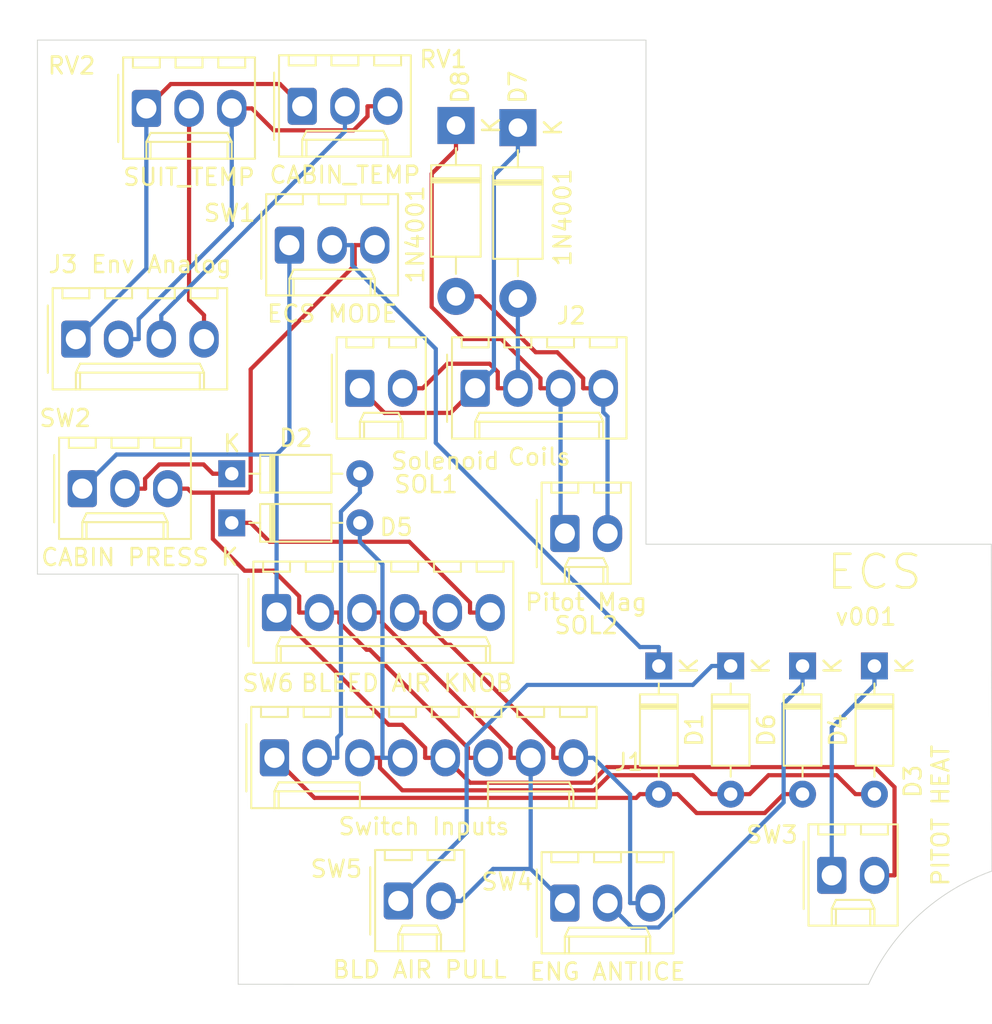
<source format=kicad_pcb>
(kicad_pcb (version 20171130) (host pcbnew "(5.1.5-0-10_14)")

  (general
    (thickness 1.6)
    (drawings 15)
    (tracks 182)
    (zones 0)
    (modules 26)
    (nets 23)
  )

  (page A4)
  (layers
    (0 F.Cu signal)
    (31 B.Cu signal)
    (32 B.Adhes user)
    (33 F.Adhes user)
    (34 B.Paste user)
    (35 F.Paste user)
    (36 B.SilkS user)
    (37 F.SilkS user)
    (38 B.Mask user)
    (39 F.Mask user)
    (40 Dwgs.User user)
    (41 Cmts.User user)
    (42 Eco1.User user)
    (43 Eco2.User user)
    (44 Edge.Cuts user)
    (45 Margin user)
    (46 B.CrtYd user)
    (47 F.CrtYd user)
    (48 B.Fab user)
    (49 F.Fab user)
  )

  (setup
    (last_trace_width 0.25)
    (trace_clearance 0.2)
    (zone_clearance 0.508)
    (zone_45_only no)
    (trace_min 0.2)
    (via_size 0.8)
    (via_drill 0.4)
    (via_min_size 0.4)
    (via_min_drill 0.3)
    (uvia_size 0.3)
    (uvia_drill 0.1)
    (uvias_allowed no)
    (uvia_min_size 0.2)
    (uvia_min_drill 0.1)
    (edge_width 0.05)
    (segment_width 0.2)
    (pcb_text_width 0.3)
    (pcb_text_size 1.5 1.5)
    (mod_edge_width 0.12)
    (mod_text_size 1 1)
    (mod_text_width 0.15)
    (pad_size 1.524 1.524)
    (pad_drill 0.762)
    (pad_to_mask_clearance 0.051)
    (solder_mask_min_width 0.25)
    (aux_axis_origin 0 0)
    (visible_elements FFFFFF7F)
    (pcbplotparams
      (layerselection 0x010fc_ffffffff)
      (usegerberextensions false)
      (usegerberattributes false)
      (usegerberadvancedattributes false)
      (creategerberjobfile false)
      (excludeedgelayer true)
      (linewidth 0.100000)
      (plotframeref false)
      (viasonmask false)
      (mode 1)
      (useauxorigin false)
      (hpglpennumber 1)
      (hpglpenspeed 20)
      (hpglpendiameter 15.000000)
      (psnegative false)
      (psa4output false)
      (plotreference true)
      (plotvalue true)
      (plotinvisibletext false)
      (padsonsilk false)
      (subtractmaskfromsilk false)
      (outputformat 1)
      (mirror false)
      (drillshape 0)
      (scaleselection 1)
      (outputdirectory "Manufacturing"))
  )

  (net 0 "")
  (net 1 /Col1)
  (net 2 "Net-(D1-Pad1)")
  (net 3 /Col2)
  (net 4 "Net-(D2-Pad1)")
  (net 5 /Col3)
  (net 6 "Net-(D3-Pad1)")
  (net 7 "Net-(D4-Pad1)")
  (net 8 /Col4)
  (net 9 "Net-(D5-Pad1)")
  (net 10 "Net-(D6-Pad1)")
  (net 11 /Row4)
  (net 12 /Row3)
  (net 13 /Row2)
  (net 14 /Row1)
  (net 15 /AnaSuitTemp)
  (net 16 /AnaCabinTemp)
  (net 17 /Analog_Gnd)
  (net 18 /Analog+5V)
  (net 19 /Bleed_Air_Sol-)
  (net 20 /Bleed_Air_Sol+)
  (net 21 /Pitot_Mag-)
  (net 22 /Pitot_Mag+)

  (net_class Default "This is the default net class."
    (clearance 0.2)
    (trace_width 0.25)
    (via_dia 0.8)
    (via_drill 0.4)
    (uvia_dia 0.3)
    (uvia_drill 0.1)
    (add_net /AnaCabinTemp)
    (add_net /AnaSuitTemp)
    (add_net /Analog+5V)
    (add_net /Analog_Gnd)
    (add_net /Bleed_Air_Sol+)
    (add_net /Bleed_Air_Sol-)
    (add_net /Col1)
    (add_net /Col2)
    (add_net /Col3)
    (add_net /Col4)
    (add_net /Pitot_Mag+)
    (add_net /Pitot_Mag-)
    (add_net /Row1)
    (add_net /Row2)
    (add_net /Row3)
    (add_net /Row4)
    (add_net "Net-(D1-Pad1)")
    (add_net "Net-(D2-Pad1)")
    (add_net "Net-(D3-Pad1)")
    (add_net "Net-(D4-Pad1)")
    (add_net "Net-(D5-Pad1)")
    (add_net "Net-(D6-Pad1)")
  )

  (module MountingHole:MountingHole_3.2mm_M3 (layer F.Cu) (tedit 56D1B4CB) (tstamp 607125CE)
    (at 109.347 97.79)
    (descr "Mounting Hole 3.2mm, no annular, M3")
    (tags "mounting hole 3.2mm no annular m3")
    (path /607122C1)
    (attr virtual)
    (fp_text reference H5 (at 0 -4.2) (layer F.Fab)
      (effects (font (size 1 1) (thickness 0.15)))
    )
    (fp_text value MountingHole (at 0 4.2) (layer F.Fab)
      (effects (font (size 1 1) (thickness 0.15)))
    )
    (fp_circle (center 0 0) (end 3.45 0) (layer F.CrtYd) (width 0.05))
    (fp_circle (center 0 0) (end 3.2 0) (layer Cmts.User) (width 0.15))
    (fp_text user %R (at 0.3 0) (layer F.Fab)
      (effects (font (size 1 1) (thickness 0.15)))
    )
    (pad 1 np_thru_hole circle (at 0 0) (size 3.2 3.2) (drill 3.2) (layers *.Cu *.Mask))
  )

  (module PT_Library_v001:Molex_1x02_P2.54mm_Vertical (layer F.Cu) (tedit 5B78013E) (tstamp 6067D21F)
    (at 107.315 124.46)
    (descr "Molex KK-254 Interconnect System, old/engineering part number: AE-6410-02A example for new part number: 22-27-2021, 2 Pins (http://www.molex.com/pdm_docs/sd/022272021_sd.pdf), generated with kicad-footprint-generator")
    (tags "connector Molex KK-254 side entry")
    (path /6067E49E)
    (fp_text reference SOL2 (at 1.27 5.461) (layer F.SilkS)
      (effects (font (size 1 1) (thickness 0.15)))
    )
    (fp_text value "Pitot Mag" (at 1.27 4.08) (layer F.SilkS)
      (effects (font (size 1 1) (thickness 0.15)))
    )
    (fp_text user %R (at 1.27 -2.22) (layer F.Fab)
      (effects (font (size 1 1) (thickness 0.15)))
    )
    (fp_line (start 4.31 -3.42) (end -1.77 -3.42) (layer F.CrtYd) (width 0.05))
    (fp_line (start 4.31 3.38) (end 4.31 -3.42) (layer F.CrtYd) (width 0.05))
    (fp_line (start -1.77 3.38) (end 4.31 3.38) (layer F.CrtYd) (width 0.05))
    (fp_line (start -1.77 -3.42) (end -1.77 3.38) (layer F.CrtYd) (width 0.05))
    (fp_line (start 3.34 -2.43) (end 3.34 -3.03) (layer F.SilkS) (width 0.12))
    (fp_line (start 1.74 -2.43) (end 3.34 -2.43) (layer F.SilkS) (width 0.12))
    (fp_line (start 1.74 -3.03) (end 1.74 -2.43) (layer F.SilkS) (width 0.12))
    (fp_line (start 0.8 -2.43) (end 0.8 -3.03) (layer F.SilkS) (width 0.12))
    (fp_line (start -0.8 -2.43) (end 0.8 -2.43) (layer F.SilkS) (width 0.12))
    (fp_line (start -0.8 -3.03) (end -0.8 -2.43) (layer F.SilkS) (width 0.12))
    (fp_line (start 2.29 2.99) (end 2.29 1.99) (layer F.SilkS) (width 0.12))
    (fp_line (start 0.25 2.99) (end 0.25 1.99) (layer F.SilkS) (width 0.12))
    (fp_line (start 2.29 1.46) (end 2.54 1.99) (layer F.SilkS) (width 0.12))
    (fp_line (start 0.25 1.46) (end 2.29 1.46) (layer F.SilkS) (width 0.12))
    (fp_line (start 0 1.99) (end 0.25 1.46) (layer F.SilkS) (width 0.12))
    (fp_line (start 2.54 1.99) (end 2.54 2.99) (layer F.SilkS) (width 0.12))
    (fp_line (start 0 1.99) (end 2.54 1.99) (layer F.SilkS) (width 0.12))
    (fp_line (start 0 2.99) (end 0 1.99) (layer F.SilkS) (width 0.12))
    (fp_line (start -0.562893 0) (end -1.27 0.5) (layer F.Fab) (width 0.1))
    (fp_line (start -1.27 -0.5) (end -0.562893 0) (layer F.Fab) (width 0.1))
    (fp_line (start -1.67 -2) (end -1.67 2) (layer F.SilkS) (width 0.12))
    (fp_line (start 3.92 -3.03) (end -1.38 -3.03) (layer F.SilkS) (width 0.12))
    (fp_line (start 3.92 2.99) (end 3.92 -3.03) (layer F.SilkS) (width 0.12))
    (fp_line (start -1.38 2.99) (end 3.92 2.99) (layer F.SilkS) (width 0.12))
    (fp_line (start -1.38 -3.03) (end -1.38 2.99) (layer F.SilkS) (width 0.12))
    (fp_line (start 3.81 -2.92) (end -1.27 -2.92) (layer F.Fab) (width 0.1))
    (fp_line (start 3.81 2.88) (end 3.81 -2.92) (layer F.Fab) (width 0.1))
    (fp_line (start -1.27 2.88) (end 3.81 2.88) (layer F.Fab) (width 0.1))
    (fp_line (start -1.27 -2.92) (end -1.27 2.88) (layer F.Fab) (width 0.1))
    (pad 2 thru_hole oval (at 2.54 0) (size 1.74 2.2) (drill 1.2) (layers *.Cu *.Mask)
      (net 21 /Pitot_Mag-))
    (pad 1 thru_hole roundrect (at 0 0) (size 1.74 2.2) (drill 1.2) (layers *.Cu *.Mask) (roundrect_rratio 0.143678)
      (net 22 /Pitot_Mag+))
    (model ${KISYS3DMOD}/Connector_Molex.3dshapes/Molex_KK-254_AE-6410-02A_1x02_P2.54mm_Vertical.wrl
      (at (xyz 0 0 0))
      (scale (xyz 1 1 1))
      (rotate (xyz 0 0 0))
    )
  )

  (module PT_Library_v001:Molex_1x04_P2.54mm_Vertical (layer F.Cu) (tedit 5B78013E) (tstamp 6067D0C3)
    (at 101.981 115.824)
    (descr "Molex KK-254 Interconnect System, old/engineering part number: AE-6410-04A example for new part number: 22-27-2041, 4 Pins (http://www.molex.com/pdm_docs/sd/022272021_sd.pdf), generated with kicad-footprint-generator")
    (tags "connector Molex KK-254 side entry")
    (path /60689F74)
    (fp_text reference J2 (at 5.715 -4.318) (layer F.SilkS)
      (effects (font (size 1 1) (thickness 0.15)))
    )
    (fp_text value Coils (at 3.81 4.08) (layer F.SilkS)
      (effects (font (size 1 1) (thickness 0.15)))
    )
    (fp_text user %R (at 3.81 -2.22) (layer F.Fab)
      (effects (font (size 1 1) (thickness 0.15)))
    )
    (fp_line (start 9.39 -3.42) (end -1.77 -3.42) (layer F.CrtYd) (width 0.05))
    (fp_line (start 9.39 3.38) (end 9.39 -3.42) (layer F.CrtYd) (width 0.05))
    (fp_line (start -1.77 3.38) (end 9.39 3.38) (layer F.CrtYd) (width 0.05))
    (fp_line (start -1.77 -3.42) (end -1.77 3.38) (layer F.CrtYd) (width 0.05))
    (fp_line (start 8.42 -2.43) (end 8.42 -3.03) (layer F.SilkS) (width 0.12))
    (fp_line (start 6.82 -2.43) (end 8.42 -2.43) (layer F.SilkS) (width 0.12))
    (fp_line (start 6.82 -3.03) (end 6.82 -2.43) (layer F.SilkS) (width 0.12))
    (fp_line (start 5.88 -2.43) (end 5.88 -3.03) (layer F.SilkS) (width 0.12))
    (fp_line (start 4.28 -2.43) (end 5.88 -2.43) (layer F.SilkS) (width 0.12))
    (fp_line (start 4.28 -3.03) (end 4.28 -2.43) (layer F.SilkS) (width 0.12))
    (fp_line (start 3.34 -2.43) (end 3.34 -3.03) (layer F.SilkS) (width 0.12))
    (fp_line (start 1.74 -2.43) (end 3.34 -2.43) (layer F.SilkS) (width 0.12))
    (fp_line (start 1.74 -3.03) (end 1.74 -2.43) (layer F.SilkS) (width 0.12))
    (fp_line (start 0.8 -2.43) (end 0.8 -3.03) (layer F.SilkS) (width 0.12))
    (fp_line (start -0.8 -2.43) (end 0.8 -2.43) (layer F.SilkS) (width 0.12))
    (fp_line (start -0.8 -3.03) (end -0.8 -2.43) (layer F.SilkS) (width 0.12))
    (fp_line (start 7.37 2.99) (end 7.37 1.99) (layer F.SilkS) (width 0.12))
    (fp_line (start 0.25 2.99) (end 0.25 1.99) (layer F.SilkS) (width 0.12))
    (fp_line (start 7.37 1.46) (end 7.62 1.99) (layer F.SilkS) (width 0.12))
    (fp_line (start 0.25 1.46) (end 7.37 1.46) (layer F.SilkS) (width 0.12))
    (fp_line (start 0 1.99) (end 0.25 1.46) (layer F.SilkS) (width 0.12))
    (fp_line (start 7.62 1.99) (end 7.62 2.99) (layer F.SilkS) (width 0.12))
    (fp_line (start 0 1.99) (end 7.62 1.99) (layer F.SilkS) (width 0.12))
    (fp_line (start 0 2.99) (end 0 1.99) (layer F.SilkS) (width 0.12))
    (fp_line (start -0.562893 0) (end -1.27 0.5) (layer F.Fab) (width 0.1))
    (fp_line (start -1.27 -0.5) (end -0.562893 0) (layer F.Fab) (width 0.1))
    (fp_line (start -1.67 -2) (end -1.67 2) (layer F.SilkS) (width 0.12))
    (fp_line (start 9 -3.03) (end -1.38 -3.03) (layer F.SilkS) (width 0.12))
    (fp_line (start 9 2.99) (end 9 -3.03) (layer F.SilkS) (width 0.12))
    (fp_line (start -1.38 2.99) (end 9 2.99) (layer F.SilkS) (width 0.12))
    (fp_line (start -1.38 -3.03) (end -1.38 2.99) (layer F.SilkS) (width 0.12))
    (fp_line (start 8.89 -2.92) (end -1.27 -2.92) (layer F.Fab) (width 0.1))
    (fp_line (start 8.89 2.88) (end 8.89 -2.92) (layer F.Fab) (width 0.1))
    (fp_line (start -1.27 2.88) (end 8.89 2.88) (layer F.Fab) (width 0.1))
    (fp_line (start -1.27 -2.92) (end -1.27 2.88) (layer F.Fab) (width 0.1))
    (pad 4 thru_hole oval (at 7.62 0) (size 1.74 2.2) (drill 1.2) (layers *.Cu *.Mask)
      (net 21 /Pitot_Mag-))
    (pad 3 thru_hole oval (at 5.08 0) (size 1.74 2.2) (drill 1.2) (layers *.Cu *.Mask)
      (net 22 /Pitot_Mag+))
    (pad 2 thru_hole oval (at 2.54 0) (size 1.74 2.2) (drill 1.2) (layers *.Cu *.Mask)
      (net 19 /Bleed_Air_Sol-))
    (pad 1 thru_hole roundrect (at 0 0) (size 1.74 2.2) (drill 1.2) (layers *.Cu *.Mask) (roundrect_rratio 0.143678)
      (net 20 /Bleed_Air_Sol+))
    (model ${KISYS3DMOD}/Connector_Molex.3dshapes/Molex_KK-254_AE-6410-04A_1x04_P2.54mm_Vertical.wrl
      (at (xyz 0 0 0))
      (scale (xyz 1 1 1))
      (rotate (xyz 0 0 0))
    )
  )

  (module Diode_THT:D_DO-41_SOD81_P10.16mm_Horizontal (layer F.Cu) (tedit 5AE50CD5) (tstamp 6067CFDD)
    (at 100.838 100.203 270)
    (descr "Diode, DO-41_SOD81 series, Axial, Horizontal, pin pitch=10.16mm, , length*diameter=5.2*2.7mm^2, , http://www.diodes.com/_files/packages/DO-41%20(Plastic).pdf")
    (tags "Diode DO-41_SOD81 series Axial Horizontal pin pitch 10.16mm  length 5.2mm diameter 2.7mm")
    (path /6067E4B2)
    (fp_text reference D8 (at -2.286 -0.254 90) (layer F.SilkS)
      (effects (font (size 1 1) (thickness 0.15)))
    )
    (fp_text value 1N4001 (at 6.477 2.413 90) (layer F.SilkS)
      (effects (font (size 1 1) (thickness 0.15)))
    )
    (fp_text user K (at 0 -2.1 90) (layer F.SilkS)
      (effects (font (size 1 1) (thickness 0.15)))
    )
    (fp_text user K (at 0 -2.1 90) (layer F.Fab)
      (effects (font (size 1 1) (thickness 0.15)))
    )
    (fp_text user %R (at 5.47 0 90) (layer F.Fab)
      (effects (font (size 1 1) (thickness 0.15)))
    )
    (fp_line (start 11.51 -1.6) (end -1.35 -1.6) (layer F.CrtYd) (width 0.05))
    (fp_line (start 11.51 1.6) (end 11.51 -1.6) (layer F.CrtYd) (width 0.05))
    (fp_line (start -1.35 1.6) (end 11.51 1.6) (layer F.CrtYd) (width 0.05))
    (fp_line (start -1.35 -1.6) (end -1.35 1.6) (layer F.CrtYd) (width 0.05))
    (fp_line (start 3.14 -1.47) (end 3.14 1.47) (layer F.SilkS) (width 0.12))
    (fp_line (start 3.38 -1.47) (end 3.38 1.47) (layer F.SilkS) (width 0.12))
    (fp_line (start 3.26 -1.47) (end 3.26 1.47) (layer F.SilkS) (width 0.12))
    (fp_line (start 8.82 0) (end 7.8 0) (layer F.SilkS) (width 0.12))
    (fp_line (start 1.34 0) (end 2.36 0) (layer F.SilkS) (width 0.12))
    (fp_line (start 7.8 -1.47) (end 2.36 -1.47) (layer F.SilkS) (width 0.12))
    (fp_line (start 7.8 1.47) (end 7.8 -1.47) (layer F.SilkS) (width 0.12))
    (fp_line (start 2.36 1.47) (end 7.8 1.47) (layer F.SilkS) (width 0.12))
    (fp_line (start 2.36 -1.47) (end 2.36 1.47) (layer F.SilkS) (width 0.12))
    (fp_line (start 3.16 -1.35) (end 3.16 1.35) (layer F.Fab) (width 0.1))
    (fp_line (start 3.36 -1.35) (end 3.36 1.35) (layer F.Fab) (width 0.1))
    (fp_line (start 3.26 -1.35) (end 3.26 1.35) (layer F.Fab) (width 0.1))
    (fp_line (start 10.16 0) (end 7.68 0) (layer F.Fab) (width 0.1))
    (fp_line (start 0 0) (end 2.48 0) (layer F.Fab) (width 0.1))
    (fp_line (start 7.68 -1.35) (end 2.48 -1.35) (layer F.Fab) (width 0.1))
    (fp_line (start 7.68 1.35) (end 7.68 -1.35) (layer F.Fab) (width 0.1))
    (fp_line (start 2.48 1.35) (end 7.68 1.35) (layer F.Fab) (width 0.1))
    (fp_line (start 2.48 -1.35) (end 2.48 1.35) (layer F.Fab) (width 0.1))
    (pad 2 thru_hole oval (at 10.16 0 270) (size 2.2 2.2) (drill 1.1) (layers *.Cu *.Mask)
      (net 21 /Pitot_Mag-))
    (pad 1 thru_hole rect (at 0 0 270) (size 2.2 2.2) (drill 1.1) (layers *.Cu *.Mask)
      (net 22 /Pitot_Mag+))
    (model ${KISYS3DMOD}/Diode_THT.3dshapes/D_DO-41_SOD81_P10.16mm_Horizontal.wrl
      (at (xyz 0 0 0))
      (scale (xyz 1 1 1))
      (rotate (xyz 0 0 0))
    )
  )

  (module PT_Library_v001:Molex_1x06_P2.54mm_Vertical (layer F.Cu) (tedit 5B78013E) (tstamp 6067FD93)
    (at 90.17 129.159)
    (descr "Molex KK-254 Interconnect System, old/engineering part number: AE-6410-06A example for new part number: 22-27-2061, 6 Pins (http://www.molex.com/pdm_docs/sd/022272021_sd.pdf), generated with kicad-footprint-generator")
    (tags "connector Molex KK-254 side entry")
    (path /5FCE7F67)
    (fp_text reference SW6 (at -0.508 4.191) (layer F.SilkS)
      (effects (font (size 1 1) (thickness 0.15)))
    )
    (fp_text value "BLEED AIR KNOB" (at 7.747 4.191) (layer F.SilkS)
      (effects (font (size 1 1) (thickness 0.15)))
    )
    (fp_text user %R (at 6.35 -2.22) (layer F.Fab)
      (effects (font (size 1 1) (thickness 0.15)))
    )
    (fp_line (start 14.47 -3.42) (end -1.77 -3.42) (layer F.CrtYd) (width 0.05))
    (fp_line (start 14.47 3.38) (end 14.47 -3.42) (layer F.CrtYd) (width 0.05))
    (fp_line (start -1.77 3.38) (end 14.47 3.38) (layer F.CrtYd) (width 0.05))
    (fp_line (start -1.77 -3.42) (end -1.77 3.38) (layer F.CrtYd) (width 0.05))
    (fp_line (start 13.5 -2.43) (end 13.5 -3.03) (layer F.SilkS) (width 0.12))
    (fp_line (start 11.9 -2.43) (end 13.5 -2.43) (layer F.SilkS) (width 0.12))
    (fp_line (start 11.9 -3.03) (end 11.9 -2.43) (layer F.SilkS) (width 0.12))
    (fp_line (start 10.96 -2.43) (end 10.96 -3.03) (layer F.SilkS) (width 0.12))
    (fp_line (start 9.36 -2.43) (end 10.96 -2.43) (layer F.SilkS) (width 0.12))
    (fp_line (start 9.36 -3.03) (end 9.36 -2.43) (layer F.SilkS) (width 0.12))
    (fp_line (start 8.42 -2.43) (end 8.42 -3.03) (layer F.SilkS) (width 0.12))
    (fp_line (start 6.82 -2.43) (end 8.42 -2.43) (layer F.SilkS) (width 0.12))
    (fp_line (start 6.82 -3.03) (end 6.82 -2.43) (layer F.SilkS) (width 0.12))
    (fp_line (start 5.88 -2.43) (end 5.88 -3.03) (layer F.SilkS) (width 0.12))
    (fp_line (start 4.28 -2.43) (end 5.88 -2.43) (layer F.SilkS) (width 0.12))
    (fp_line (start 4.28 -3.03) (end 4.28 -2.43) (layer F.SilkS) (width 0.12))
    (fp_line (start 3.34 -2.43) (end 3.34 -3.03) (layer F.SilkS) (width 0.12))
    (fp_line (start 1.74 -2.43) (end 3.34 -2.43) (layer F.SilkS) (width 0.12))
    (fp_line (start 1.74 -3.03) (end 1.74 -2.43) (layer F.SilkS) (width 0.12))
    (fp_line (start 0.8 -2.43) (end 0.8 -3.03) (layer F.SilkS) (width 0.12))
    (fp_line (start -0.8 -2.43) (end 0.8 -2.43) (layer F.SilkS) (width 0.12))
    (fp_line (start -0.8 -3.03) (end -0.8 -2.43) (layer F.SilkS) (width 0.12))
    (fp_line (start 12.45 2.99) (end 12.45 1.99) (layer F.SilkS) (width 0.12))
    (fp_line (start 0.25 2.99) (end 0.25 1.99) (layer F.SilkS) (width 0.12))
    (fp_line (start 12.45 1.46) (end 12.7 1.99) (layer F.SilkS) (width 0.12))
    (fp_line (start 0.25 1.46) (end 12.45 1.46) (layer F.SilkS) (width 0.12))
    (fp_line (start 0 1.99) (end 0.25 1.46) (layer F.SilkS) (width 0.12))
    (fp_line (start 12.7 1.99) (end 12.7 2.99) (layer F.SilkS) (width 0.12))
    (fp_line (start 0 1.99) (end 12.7 1.99) (layer F.SilkS) (width 0.12))
    (fp_line (start 0 2.99) (end 0 1.99) (layer F.SilkS) (width 0.12))
    (fp_line (start -0.562893 0) (end -1.27 0.5) (layer F.Fab) (width 0.1))
    (fp_line (start -1.27 -0.5) (end -0.562893 0) (layer F.Fab) (width 0.1))
    (fp_line (start -1.67 -2) (end -1.67 2) (layer F.SilkS) (width 0.12))
    (fp_line (start 14.08 -3.03) (end -1.38 -3.03) (layer F.SilkS) (width 0.12))
    (fp_line (start 14.08 2.99) (end 14.08 -3.03) (layer F.SilkS) (width 0.12))
    (fp_line (start -1.38 2.99) (end 14.08 2.99) (layer F.SilkS) (width 0.12))
    (fp_line (start -1.38 -3.03) (end -1.38 2.99) (layer F.SilkS) (width 0.12))
    (fp_line (start 13.97 -2.92) (end -1.27 -2.92) (layer F.Fab) (width 0.1))
    (fp_line (start 13.97 2.88) (end 13.97 -2.92) (layer F.Fab) (width 0.1))
    (fp_line (start -1.27 2.88) (end 13.97 2.88) (layer F.Fab) (width 0.1))
    (fp_line (start -1.27 -2.92) (end -1.27 2.88) (layer F.Fab) (width 0.1))
    (pad 6 thru_hole oval (at 12.7 0) (size 1.74 2.2) (drill 1.2) (layers *.Cu *.Mask)
      (net 9 "Net-(D5-Pad1)"))
    (pad 5 thru_hole oval (at 10.16 0) (size 1.74 2.2) (drill 1.2) (layers *.Cu *.Mask))
    (pad 4 thru_hole oval (at 7.62 0) (size 1.74 2.2) (drill 1.2) (layers *.Cu *.Mask)
      (net 11 /Row4))
    (pad 3 thru_hole oval (at 5.08 0) (size 1.74 2.2) (drill 1.2) (layers *.Cu *.Mask)
      (net 12 /Row3))
    (pad 2 thru_hole oval (at 2.54 0) (size 1.74 2.2) (drill 1.2) (layers *.Cu *.Mask)
      (net 13 /Row2))
    (pad 1 thru_hole roundrect (at 0 0) (size 1.74 2.2) (drill 1.2) (layers *.Cu *.Mask) (roundrect_rratio 0.143678)
      (net 14 /Row1))
    (model ${KISYS3DMOD}/Connector_Molex.3dshapes/Molex_KK-254_AE-6410-06A_1x06_P2.54mm_Vertical.wrl
      (at (xyz 0 0 0))
      (scale (xyz 1 1 1))
      (rotate (xyz 0 0 0))
    )
  )

  (module PT_Library_v001:D_Signal_P7.62mm_Horizontal (layer F.Cu) (tedit 5AE50CD5) (tstamp 6067EDDD)
    (at 87.503 123.825)
    (descr "Diode, DO-35_SOD27 series, Axial, Horizontal, pin pitch=7.62mm, , length*diameter=4*2mm^2, , http://www.diodes.com/_files/packages/DO-35.pdf")
    (tags "Diode DO-35_SOD27 series Axial Horizontal pin pitch 7.62mm  length 4mm diameter 2mm")
    (path /5FCED343)
    (fp_text reference D5 (at 9.779 0.254) (layer F.SilkS)
      (effects (font (size 1 1) (thickness 0.15)))
    )
    (fp_text value D (at 3.81 2.12) (layer F.Fab)
      (effects (font (size 1 1) (thickness 0.15)))
    )
    (fp_text user K (at -0.127 2.032) (layer F.SilkS)
      (effects (font (size 1 1) (thickness 0.15)))
    )
    (fp_text user K (at 0 -1.8) (layer F.Fab)
      (effects (font (size 1 1) (thickness 0.15)))
    )
    (fp_text user %R (at 4.11 0) (layer F.Fab)
      (effects (font (size 0.8 0.8) (thickness 0.12)))
    )
    (fp_line (start 8.67 -1.25) (end -1.05 -1.25) (layer F.CrtYd) (width 0.05))
    (fp_line (start 8.67 1.25) (end 8.67 -1.25) (layer F.CrtYd) (width 0.05))
    (fp_line (start -1.05 1.25) (end 8.67 1.25) (layer F.CrtYd) (width 0.05))
    (fp_line (start -1.05 -1.25) (end -1.05 1.25) (layer F.CrtYd) (width 0.05))
    (fp_line (start 2.29 -1.12) (end 2.29 1.12) (layer F.SilkS) (width 0.12))
    (fp_line (start 2.53 -1.12) (end 2.53 1.12) (layer F.SilkS) (width 0.12))
    (fp_line (start 2.41 -1.12) (end 2.41 1.12) (layer F.SilkS) (width 0.12))
    (fp_line (start 6.58 0) (end 5.93 0) (layer F.SilkS) (width 0.12))
    (fp_line (start 1.04 0) (end 1.69 0) (layer F.SilkS) (width 0.12))
    (fp_line (start 5.93 -1.12) (end 1.69 -1.12) (layer F.SilkS) (width 0.12))
    (fp_line (start 5.93 1.12) (end 5.93 -1.12) (layer F.SilkS) (width 0.12))
    (fp_line (start 1.69 1.12) (end 5.93 1.12) (layer F.SilkS) (width 0.12))
    (fp_line (start 1.69 -1.12) (end 1.69 1.12) (layer F.SilkS) (width 0.12))
    (fp_line (start 2.31 -1) (end 2.31 1) (layer F.Fab) (width 0.1))
    (fp_line (start 2.51 -1) (end 2.51 1) (layer F.Fab) (width 0.1))
    (fp_line (start 2.41 -1) (end 2.41 1) (layer F.Fab) (width 0.1))
    (fp_line (start 7.62 0) (end 5.81 0) (layer F.Fab) (width 0.1))
    (fp_line (start 0 0) (end 1.81 0) (layer F.Fab) (width 0.1))
    (fp_line (start 5.81 -1) (end 1.81 -1) (layer F.Fab) (width 0.1))
    (fp_line (start 5.81 1) (end 5.81 -1) (layer F.Fab) (width 0.1))
    (fp_line (start 1.81 1) (end 5.81 1) (layer F.Fab) (width 0.1))
    (fp_line (start 1.81 -1) (end 1.81 1) (layer F.Fab) (width 0.1))
    (pad 2 thru_hole oval (at 7.62 0) (size 1.6 1.6) (drill 0.8) (layers *.Cu *.Mask)
      (net 8 /Col4))
    (pad 1 thru_hole rect (at 0 0) (size 1.6 1.6) (drill 0.8) (layers *.Cu *.Mask)
      (net 9 "Net-(D5-Pad1)"))
    (model ${KISYS3DMOD}/Diode_THT.3dshapes/D_DO-35_SOD27_P7.62mm_Horizontal.wrl
      (at (xyz 0 0 0))
      (scale (xyz 1 1 1))
      (rotate (xyz 0 0 0))
    )
  )

  (module MountingHole:MountingHole_3.2mm_M3 (layer F.Cu) (tedit 56D1B4CB) (tstamp 6067BDD6)
    (at 117.856 148.59)
    (descr "Mounting Hole 3.2mm, no annular, M3")
    (tags "mounting hole 3.2mm no annular m3")
    (path /60691268)
    (attr virtual)
    (fp_text reference H4 (at 0 -4.2) (layer F.SilkS) hide
      (effects (font (size 1 1) (thickness 0.15)))
    )
    (fp_text value MountingHole (at 0 4.2) (layer F.Fab)
      (effects (font (size 1 1) (thickness 0.15)))
    )
    (fp_circle (center 0 0) (end 3.45 0) (layer F.CrtYd) (width 0.05))
    (fp_circle (center 0 0) (end 3.2 0) (layer Cmts.User) (width 0.15))
    (fp_text user %R (at 0.3 0) (layer F.Fab)
      (effects (font (size 1 1) (thickness 0.15)))
    )
    (pad 1 np_thru_hole circle (at 0 0) (size 3.2 3.2) (drill 3.2) (layers *.Cu *.Mask))
  )

  (module PT_Library_v001:Molex_1x02_P2.54mm_Vertical (layer F.Cu) (tedit 5B78013E) (tstamp 6067BF9C)
    (at 97.409 146.304)
    (descr "Molex KK-254 Interconnect System, old/engineering part number: AE-6410-02A example for new part number: 22-27-2021, 2 Pins (http://www.molex.com/pdm_docs/sd/022272021_sd.pdf), generated with kicad-footprint-generator")
    (tags "connector Molex KK-254 side entry")
    (path /5FCF0D4C)
    (fp_text reference SW5 (at -3.683 -1.905) (layer F.SilkS)
      (effects (font (size 1 1) (thickness 0.15)))
    )
    (fp_text value "BLD AIR PULL" (at 1.27 4.08) (layer F.SilkS)
      (effects (font (size 1 1) (thickness 0.15)))
    )
    (fp_text user %R (at 1.27 -2.22) (layer F.Fab)
      (effects (font (size 1 1) (thickness 0.15)))
    )
    (fp_line (start 4.31 -3.42) (end -1.77 -3.42) (layer F.CrtYd) (width 0.05))
    (fp_line (start 4.31 3.38) (end 4.31 -3.42) (layer F.CrtYd) (width 0.05))
    (fp_line (start -1.77 3.38) (end 4.31 3.38) (layer F.CrtYd) (width 0.05))
    (fp_line (start -1.77 -3.42) (end -1.77 3.38) (layer F.CrtYd) (width 0.05))
    (fp_line (start 3.34 -2.43) (end 3.34 -3.03) (layer F.SilkS) (width 0.12))
    (fp_line (start 1.74 -2.43) (end 3.34 -2.43) (layer F.SilkS) (width 0.12))
    (fp_line (start 1.74 -3.03) (end 1.74 -2.43) (layer F.SilkS) (width 0.12))
    (fp_line (start 0.8 -2.43) (end 0.8 -3.03) (layer F.SilkS) (width 0.12))
    (fp_line (start -0.8 -2.43) (end 0.8 -2.43) (layer F.SilkS) (width 0.12))
    (fp_line (start -0.8 -3.03) (end -0.8 -2.43) (layer F.SilkS) (width 0.12))
    (fp_line (start 2.29 2.99) (end 2.29 1.99) (layer F.SilkS) (width 0.12))
    (fp_line (start 0.25 2.99) (end 0.25 1.99) (layer F.SilkS) (width 0.12))
    (fp_line (start 2.29 1.46) (end 2.54 1.99) (layer F.SilkS) (width 0.12))
    (fp_line (start 0.25 1.46) (end 2.29 1.46) (layer F.SilkS) (width 0.12))
    (fp_line (start 0 1.99) (end 0.25 1.46) (layer F.SilkS) (width 0.12))
    (fp_line (start 2.54 1.99) (end 2.54 2.99) (layer F.SilkS) (width 0.12))
    (fp_line (start 0 1.99) (end 2.54 1.99) (layer F.SilkS) (width 0.12))
    (fp_line (start 0 2.99) (end 0 1.99) (layer F.SilkS) (width 0.12))
    (fp_line (start -0.562893 0) (end -1.27 0.5) (layer F.Fab) (width 0.1))
    (fp_line (start -1.27 -0.5) (end -0.562893 0) (layer F.Fab) (width 0.1))
    (fp_line (start -1.67 -2) (end -1.67 2) (layer F.SilkS) (width 0.12))
    (fp_line (start 3.92 -3.03) (end -1.38 -3.03) (layer F.SilkS) (width 0.12))
    (fp_line (start 3.92 2.99) (end 3.92 -3.03) (layer F.SilkS) (width 0.12))
    (fp_line (start -1.38 2.99) (end 3.92 2.99) (layer F.SilkS) (width 0.12))
    (fp_line (start -1.38 -3.03) (end -1.38 2.99) (layer F.SilkS) (width 0.12))
    (fp_line (start 3.81 -2.92) (end -1.27 -2.92) (layer F.Fab) (width 0.1))
    (fp_line (start 3.81 2.88) (end 3.81 -2.92) (layer F.Fab) (width 0.1))
    (fp_line (start -1.27 2.88) (end 3.81 2.88) (layer F.Fab) (width 0.1))
    (fp_line (start -1.27 -2.92) (end -1.27 2.88) (layer F.Fab) (width 0.1))
    (pad 2 thru_hole oval (at 2.54 0) (size 1.74 2.2) (drill 1.2) (layers *.Cu *.Mask)
      (net 12 /Row3))
    (pad 1 thru_hole roundrect (at 0 0) (size 1.74 2.2) (drill 1.2) (layers *.Cu *.Mask) (roundrect_rratio 0.143678)
      (net 10 "Net-(D6-Pad1)"))
    (model ${KISYS3DMOD}/Connector_Molex.3dshapes/Molex_KK-254_AE-6410-02A_1x02_P2.54mm_Vertical.wrl
      (at (xyz 0 0 0))
      (scale (xyz 1 1 1))
      (rotate (xyz 0 0 0))
    )
  )

  (module PT_Library_v001:Molex_1x03_P2.54mm_Vertical (layer F.Cu) (tedit 5B78013E) (tstamp 6067BF78)
    (at 107.315 146.431)
    (descr "Molex KK-254 Interconnect System, old/engineering part number: AE-6410-03A example for new part number: 22-27-2031, 3 Pins (http://www.molex.com/pdm_docs/sd/022272021_sd.pdf), generated with kicad-footprint-generator")
    (tags "connector Molex KK-254 side entry")
    (path /5FCE96B5)
    (fp_text reference SW4 (at -3.429 -1.27) (layer F.SilkS)
      (effects (font (size 1 1) (thickness 0.15)))
    )
    (fp_text value "ENG ANTIICE" (at 2.54 4.08) (layer F.SilkS)
      (effects (font (size 1 1) (thickness 0.15)))
    )
    (fp_text user %R (at 2.54 -2.22) (layer F.Fab)
      (effects (font (size 1 1) (thickness 0.15)))
    )
    (fp_line (start 6.85 -3.42) (end -1.77 -3.42) (layer F.CrtYd) (width 0.05))
    (fp_line (start 6.85 3.38) (end 6.85 -3.42) (layer F.CrtYd) (width 0.05))
    (fp_line (start -1.77 3.38) (end 6.85 3.38) (layer F.CrtYd) (width 0.05))
    (fp_line (start -1.77 -3.42) (end -1.77 3.38) (layer F.CrtYd) (width 0.05))
    (fp_line (start 5.88 -2.43) (end 5.88 -3.03) (layer F.SilkS) (width 0.12))
    (fp_line (start 4.28 -2.43) (end 5.88 -2.43) (layer F.SilkS) (width 0.12))
    (fp_line (start 4.28 -3.03) (end 4.28 -2.43) (layer F.SilkS) (width 0.12))
    (fp_line (start 3.34 -2.43) (end 3.34 -3.03) (layer F.SilkS) (width 0.12))
    (fp_line (start 1.74 -2.43) (end 3.34 -2.43) (layer F.SilkS) (width 0.12))
    (fp_line (start 1.74 -3.03) (end 1.74 -2.43) (layer F.SilkS) (width 0.12))
    (fp_line (start 0.8 -2.43) (end 0.8 -3.03) (layer F.SilkS) (width 0.12))
    (fp_line (start -0.8 -2.43) (end 0.8 -2.43) (layer F.SilkS) (width 0.12))
    (fp_line (start -0.8 -3.03) (end -0.8 -2.43) (layer F.SilkS) (width 0.12))
    (fp_line (start 4.83 2.99) (end 4.83 1.99) (layer F.SilkS) (width 0.12))
    (fp_line (start 0.25 2.99) (end 0.25 1.99) (layer F.SilkS) (width 0.12))
    (fp_line (start 4.83 1.46) (end 5.08 1.99) (layer F.SilkS) (width 0.12))
    (fp_line (start 0.25 1.46) (end 4.83 1.46) (layer F.SilkS) (width 0.12))
    (fp_line (start 0 1.99) (end 0.25 1.46) (layer F.SilkS) (width 0.12))
    (fp_line (start 5.08 1.99) (end 5.08 2.99) (layer F.SilkS) (width 0.12))
    (fp_line (start 0 1.99) (end 5.08 1.99) (layer F.SilkS) (width 0.12))
    (fp_line (start 0 2.99) (end 0 1.99) (layer F.SilkS) (width 0.12))
    (fp_line (start -0.562893 0) (end -1.27 0.5) (layer F.Fab) (width 0.1))
    (fp_line (start -1.27 -0.5) (end -0.562893 0) (layer F.Fab) (width 0.1))
    (fp_line (start -1.67 -2) (end -1.67 2) (layer F.SilkS) (width 0.12))
    (fp_line (start 6.46 -3.03) (end -1.38 -3.03) (layer F.SilkS) (width 0.12))
    (fp_line (start 6.46 2.99) (end 6.46 -3.03) (layer F.SilkS) (width 0.12))
    (fp_line (start -1.38 2.99) (end 6.46 2.99) (layer F.SilkS) (width 0.12))
    (fp_line (start -1.38 -3.03) (end -1.38 2.99) (layer F.SilkS) (width 0.12))
    (fp_line (start 6.35 -2.92) (end -1.27 -2.92) (layer F.Fab) (width 0.1))
    (fp_line (start 6.35 2.88) (end 6.35 -2.92) (layer F.Fab) (width 0.1))
    (fp_line (start -1.27 2.88) (end 6.35 2.88) (layer F.Fab) (width 0.1))
    (fp_line (start -1.27 -2.92) (end -1.27 2.88) (layer F.Fab) (width 0.1))
    (pad 3 thru_hole oval (at 5.08 0) (size 1.74 2.2) (drill 1.2) (layers *.Cu *.Mask)
      (net 11 /Row4))
    (pad 2 thru_hole oval (at 2.54 0) (size 1.74 2.2) (drill 1.2) (layers *.Cu *.Mask)
      (net 7 "Net-(D4-Pad1)"))
    (pad 1 thru_hole roundrect (at 0 0) (size 1.74 2.2) (drill 1.2) (layers *.Cu *.Mask) (roundrect_rratio 0.143678)
      (net 12 /Row3))
    (model ${KISYS3DMOD}/Connector_Molex.3dshapes/Molex_KK-254_AE-6410-03A_1x03_P2.54mm_Vertical.wrl
      (at (xyz 0 0 0))
      (scale (xyz 1 1 1))
      (rotate (xyz 0 0 0))
    )
  )

  (module PT_Library_v001:Molex_1x02_P2.54mm_Vertical (layer F.Cu) (tedit 5B78013E) (tstamp 6067BF50)
    (at 123.19 144.78)
    (descr "Molex KK-254 Interconnect System, old/engineering part number: AE-6410-02A example for new part number: 22-27-2021, 2 Pins (http://www.molex.com/pdm_docs/sd/022272021_sd.pdf), generated with kicad-footprint-generator")
    (tags "connector Molex KK-254 side entry")
    (path /5FD0D946)
    (fp_text reference SW3 (at -3.556 -2.413) (layer F.SilkS)
      (effects (font (size 1 1) (thickness 0.15)))
    )
    (fp_text value "PITOT HEAT" (at 6.477 -3.556 90) (layer F.SilkS)
      (effects (font (size 1 1) (thickness 0.15)))
    )
    (fp_text user %R (at 1.27 -2.22) (layer F.Fab)
      (effects (font (size 1 1) (thickness 0.15)))
    )
    (fp_line (start 4.31 -3.42) (end -1.77 -3.42) (layer F.CrtYd) (width 0.05))
    (fp_line (start 4.31 3.38) (end 4.31 -3.42) (layer F.CrtYd) (width 0.05))
    (fp_line (start -1.77 3.38) (end 4.31 3.38) (layer F.CrtYd) (width 0.05))
    (fp_line (start -1.77 -3.42) (end -1.77 3.38) (layer F.CrtYd) (width 0.05))
    (fp_line (start 3.34 -2.43) (end 3.34 -3.03) (layer F.SilkS) (width 0.12))
    (fp_line (start 1.74 -2.43) (end 3.34 -2.43) (layer F.SilkS) (width 0.12))
    (fp_line (start 1.74 -3.03) (end 1.74 -2.43) (layer F.SilkS) (width 0.12))
    (fp_line (start 0.8 -2.43) (end 0.8 -3.03) (layer F.SilkS) (width 0.12))
    (fp_line (start -0.8 -2.43) (end 0.8 -2.43) (layer F.SilkS) (width 0.12))
    (fp_line (start -0.8 -3.03) (end -0.8 -2.43) (layer F.SilkS) (width 0.12))
    (fp_line (start 2.29 2.99) (end 2.29 1.99) (layer F.SilkS) (width 0.12))
    (fp_line (start 0.25 2.99) (end 0.25 1.99) (layer F.SilkS) (width 0.12))
    (fp_line (start 2.29 1.46) (end 2.54 1.99) (layer F.SilkS) (width 0.12))
    (fp_line (start 0.25 1.46) (end 2.29 1.46) (layer F.SilkS) (width 0.12))
    (fp_line (start 0 1.99) (end 0.25 1.46) (layer F.SilkS) (width 0.12))
    (fp_line (start 2.54 1.99) (end 2.54 2.99) (layer F.SilkS) (width 0.12))
    (fp_line (start 0 1.99) (end 2.54 1.99) (layer F.SilkS) (width 0.12))
    (fp_line (start 0 2.99) (end 0 1.99) (layer F.SilkS) (width 0.12))
    (fp_line (start -0.562893 0) (end -1.27 0.5) (layer F.Fab) (width 0.1))
    (fp_line (start -1.27 -0.5) (end -0.562893 0) (layer F.Fab) (width 0.1))
    (fp_line (start -1.67 -2) (end -1.67 2) (layer F.SilkS) (width 0.12))
    (fp_line (start 3.92 -3.03) (end -1.38 -3.03) (layer F.SilkS) (width 0.12))
    (fp_line (start 3.92 2.99) (end 3.92 -3.03) (layer F.SilkS) (width 0.12))
    (fp_line (start -1.38 2.99) (end 3.92 2.99) (layer F.SilkS) (width 0.12))
    (fp_line (start -1.38 -3.03) (end -1.38 2.99) (layer F.SilkS) (width 0.12))
    (fp_line (start 3.81 -2.92) (end -1.27 -2.92) (layer F.Fab) (width 0.1))
    (fp_line (start 3.81 2.88) (end 3.81 -2.92) (layer F.Fab) (width 0.1))
    (fp_line (start -1.27 2.88) (end 3.81 2.88) (layer F.Fab) (width 0.1))
    (fp_line (start -1.27 -2.92) (end -1.27 2.88) (layer F.Fab) (width 0.1))
    (pad 2 thru_hole oval (at 2.54 0) (size 1.74 2.2) (drill 1.2) (layers *.Cu *.Mask)
      (net 14 /Row1))
    (pad 1 thru_hole roundrect (at 0 0) (size 1.74 2.2) (drill 1.2) (layers *.Cu *.Mask) (roundrect_rratio 0.143678)
      (net 6 "Net-(D3-Pad1)"))
    (model ${KISYS3DMOD}/Connector_Molex.3dshapes/Molex_KK-254_AE-6410-02A_1x02_P2.54mm_Vertical.wrl
      (at (xyz 0 0 0))
      (scale (xyz 1 1 1))
      (rotate (xyz 0 0 0))
    )
  )

  (module PT_Library_v001:Molex_1x03_P2.54mm_Vertical (layer F.Cu) (tedit 5B78013E) (tstamp 6067BF2C)
    (at 78.613 121.793)
    (descr "Molex KK-254 Interconnect System, old/engineering part number: AE-6410-03A example for new part number: 22-27-2031, 3 Pins (http://www.molex.com/pdm_docs/sd/022272021_sd.pdf), generated with kicad-footprint-generator")
    (tags "connector Molex KK-254 side entry")
    (path /5FCE046B)
    (fp_text reference SW2 (at -1.016 -4.191) (layer F.SilkS)
      (effects (font (size 1 1) (thickness 0.15)))
    )
    (fp_text value "CABIN PRESS" (at 2.54 4.08) (layer F.SilkS)
      (effects (font (size 1 1) (thickness 0.15)))
    )
    (fp_text user %R (at 2.54 -2.22) (layer F.Fab)
      (effects (font (size 1 1) (thickness 0.15)))
    )
    (fp_line (start 6.85 -3.42) (end -1.77 -3.42) (layer F.CrtYd) (width 0.05))
    (fp_line (start 6.85 3.38) (end 6.85 -3.42) (layer F.CrtYd) (width 0.05))
    (fp_line (start -1.77 3.38) (end 6.85 3.38) (layer F.CrtYd) (width 0.05))
    (fp_line (start -1.77 -3.42) (end -1.77 3.38) (layer F.CrtYd) (width 0.05))
    (fp_line (start 5.88 -2.43) (end 5.88 -3.03) (layer F.SilkS) (width 0.12))
    (fp_line (start 4.28 -2.43) (end 5.88 -2.43) (layer F.SilkS) (width 0.12))
    (fp_line (start 4.28 -3.03) (end 4.28 -2.43) (layer F.SilkS) (width 0.12))
    (fp_line (start 3.34 -2.43) (end 3.34 -3.03) (layer F.SilkS) (width 0.12))
    (fp_line (start 1.74 -2.43) (end 3.34 -2.43) (layer F.SilkS) (width 0.12))
    (fp_line (start 1.74 -3.03) (end 1.74 -2.43) (layer F.SilkS) (width 0.12))
    (fp_line (start 0.8 -2.43) (end 0.8 -3.03) (layer F.SilkS) (width 0.12))
    (fp_line (start -0.8 -2.43) (end 0.8 -2.43) (layer F.SilkS) (width 0.12))
    (fp_line (start -0.8 -3.03) (end -0.8 -2.43) (layer F.SilkS) (width 0.12))
    (fp_line (start 4.83 2.99) (end 4.83 1.99) (layer F.SilkS) (width 0.12))
    (fp_line (start 0.25 2.99) (end 0.25 1.99) (layer F.SilkS) (width 0.12))
    (fp_line (start 4.83 1.46) (end 5.08 1.99) (layer F.SilkS) (width 0.12))
    (fp_line (start 0.25 1.46) (end 4.83 1.46) (layer F.SilkS) (width 0.12))
    (fp_line (start 0 1.99) (end 0.25 1.46) (layer F.SilkS) (width 0.12))
    (fp_line (start 5.08 1.99) (end 5.08 2.99) (layer F.SilkS) (width 0.12))
    (fp_line (start 0 1.99) (end 5.08 1.99) (layer F.SilkS) (width 0.12))
    (fp_line (start 0 2.99) (end 0 1.99) (layer F.SilkS) (width 0.12))
    (fp_line (start -0.562893 0) (end -1.27 0.5) (layer F.Fab) (width 0.1))
    (fp_line (start -1.27 -0.5) (end -0.562893 0) (layer F.Fab) (width 0.1))
    (fp_line (start -1.67 -2) (end -1.67 2) (layer F.SilkS) (width 0.12))
    (fp_line (start 6.46 -3.03) (end -1.38 -3.03) (layer F.SilkS) (width 0.12))
    (fp_line (start 6.46 2.99) (end 6.46 -3.03) (layer F.SilkS) (width 0.12))
    (fp_line (start -1.38 2.99) (end 6.46 2.99) (layer F.SilkS) (width 0.12))
    (fp_line (start -1.38 -3.03) (end -1.38 2.99) (layer F.SilkS) (width 0.12))
    (fp_line (start 6.35 -2.92) (end -1.27 -2.92) (layer F.Fab) (width 0.1))
    (fp_line (start 6.35 2.88) (end 6.35 -2.92) (layer F.Fab) (width 0.1))
    (fp_line (start -1.27 2.88) (end 6.35 2.88) (layer F.Fab) (width 0.1))
    (fp_line (start -1.27 -2.92) (end -1.27 2.88) (layer F.Fab) (width 0.1))
    (pad 3 thru_hole oval (at 5.08 0) (size 1.74 2.2) (drill 1.2) (layers *.Cu *.Mask)
      (net 13 /Row2))
    (pad 2 thru_hole oval (at 2.54 0) (size 1.74 2.2) (drill 1.2) (layers *.Cu *.Mask)
      (net 4 "Net-(D2-Pad1)"))
    (pad 1 thru_hole roundrect (at 0 0) (size 1.74 2.2) (drill 1.2) (layers *.Cu *.Mask) (roundrect_rratio 0.143678)
      (net 14 /Row1))
    (model ${KISYS3DMOD}/Connector_Molex.3dshapes/Molex_KK-254_AE-6410-03A_1x03_P2.54mm_Vertical.wrl
      (at (xyz 0 0 0))
      (scale (xyz 1 1 1))
      (rotate (xyz 0 0 0))
    )
  )

  (module PT_Library_v001:Molex_1x03_P2.54mm_Vertical (layer F.Cu) (tedit 5B78013E) (tstamp 6067BF04)
    (at 90.932 107.315)
    (descr "Molex KK-254 Interconnect System, old/engineering part number: AE-6410-03A example for new part number: 22-27-2031, 3 Pins (http://www.molex.com/pdm_docs/sd/022272021_sd.pdf), generated with kicad-footprint-generator")
    (tags "connector Molex KK-254 side entry")
    (path /5FC1E955)
    (fp_text reference SW1 (at -3.556 -1.905) (layer F.SilkS)
      (effects (font (size 1 1) (thickness 0.15)))
    )
    (fp_text value "ECS MODE" (at 2.54 4.08) (layer F.SilkS)
      (effects (font (size 1 1) (thickness 0.15)))
    )
    (fp_text user %R (at 2.54 -2.22) (layer F.Fab)
      (effects (font (size 1 1) (thickness 0.15)))
    )
    (fp_line (start 6.85 -3.42) (end -1.77 -3.42) (layer F.CrtYd) (width 0.05))
    (fp_line (start 6.85 3.38) (end 6.85 -3.42) (layer F.CrtYd) (width 0.05))
    (fp_line (start -1.77 3.38) (end 6.85 3.38) (layer F.CrtYd) (width 0.05))
    (fp_line (start -1.77 -3.42) (end -1.77 3.38) (layer F.CrtYd) (width 0.05))
    (fp_line (start 5.88 -2.43) (end 5.88 -3.03) (layer F.SilkS) (width 0.12))
    (fp_line (start 4.28 -2.43) (end 5.88 -2.43) (layer F.SilkS) (width 0.12))
    (fp_line (start 4.28 -3.03) (end 4.28 -2.43) (layer F.SilkS) (width 0.12))
    (fp_line (start 3.34 -2.43) (end 3.34 -3.03) (layer F.SilkS) (width 0.12))
    (fp_line (start 1.74 -2.43) (end 3.34 -2.43) (layer F.SilkS) (width 0.12))
    (fp_line (start 1.74 -3.03) (end 1.74 -2.43) (layer F.SilkS) (width 0.12))
    (fp_line (start 0.8 -2.43) (end 0.8 -3.03) (layer F.SilkS) (width 0.12))
    (fp_line (start -0.8 -2.43) (end 0.8 -2.43) (layer F.SilkS) (width 0.12))
    (fp_line (start -0.8 -3.03) (end -0.8 -2.43) (layer F.SilkS) (width 0.12))
    (fp_line (start 4.83 2.99) (end 4.83 1.99) (layer F.SilkS) (width 0.12))
    (fp_line (start 0.25 2.99) (end 0.25 1.99) (layer F.SilkS) (width 0.12))
    (fp_line (start 4.83 1.46) (end 5.08 1.99) (layer F.SilkS) (width 0.12))
    (fp_line (start 0.25 1.46) (end 4.83 1.46) (layer F.SilkS) (width 0.12))
    (fp_line (start 0 1.99) (end 0.25 1.46) (layer F.SilkS) (width 0.12))
    (fp_line (start 5.08 1.99) (end 5.08 2.99) (layer F.SilkS) (width 0.12))
    (fp_line (start 0 1.99) (end 5.08 1.99) (layer F.SilkS) (width 0.12))
    (fp_line (start 0 2.99) (end 0 1.99) (layer F.SilkS) (width 0.12))
    (fp_line (start -0.562893 0) (end -1.27 0.5) (layer F.Fab) (width 0.1))
    (fp_line (start -1.27 -0.5) (end -0.562893 0) (layer F.Fab) (width 0.1))
    (fp_line (start -1.67 -2) (end -1.67 2) (layer F.SilkS) (width 0.12))
    (fp_line (start 6.46 -3.03) (end -1.38 -3.03) (layer F.SilkS) (width 0.12))
    (fp_line (start 6.46 2.99) (end 6.46 -3.03) (layer F.SilkS) (width 0.12))
    (fp_line (start -1.38 2.99) (end 6.46 2.99) (layer F.SilkS) (width 0.12))
    (fp_line (start -1.38 -3.03) (end -1.38 2.99) (layer F.SilkS) (width 0.12))
    (fp_line (start 6.35 -2.92) (end -1.27 -2.92) (layer F.Fab) (width 0.1))
    (fp_line (start 6.35 2.88) (end 6.35 -2.92) (layer F.Fab) (width 0.1))
    (fp_line (start -1.27 2.88) (end 6.35 2.88) (layer F.Fab) (width 0.1))
    (fp_line (start -1.27 -2.92) (end -1.27 2.88) (layer F.Fab) (width 0.1))
    (pad 3 thru_hole oval (at 5.08 0) (size 1.74 2.2) (drill 1.2) (layers *.Cu *.Mask)
      (net 13 /Row2))
    (pad 2 thru_hole oval (at 2.54 0) (size 1.74 2.2) (drill 1.2) (layers *.Cu *.Mask)
      (net 2 "Net-(D1-Pad1)"))
    (pad 1 thru_hole roundrect (at 0 0) (size 1.74 2.2) (drill 1.2) (layers *.Cu *.Mask) (roundrect_rratio 0.143678)
      (net 14 /Row1))
    (model ${KISYS3DMOD}/Connector_Molex.3dshapes/Molex_KK-254_AE-6410-03A_1x03_P2.54mm_Vertical.wrl
      (at (xyz 0 0 0))
      (scale (xyz 1 1 1))
      (rotate (xyz 0 0 0))
    )
  )

  (module PT_Library_v001:Molex_1x02_P2.54mm_Vertical (layer F.Cu) (tedit 5B78013E) (tstamp 6067BEDC)
    (at 95.123 115.824)
    (descr "Molex KK-254 Interconnect System, old/engineering part number: AE-6410-02A example for new part number: 22-27-2021, 2 Pins (http://www.molex.com/pdm_docs/sd/022272021_sd.pdf), generated with kicad-footprint-generator")
    (tags "connector Molex KK-254 side entry")
    (path /6067CC08)
    (fp_text reference SOL1 (at 3.937 5.715) (layer F.SilkS)
      (effects (font (size 1 1) (thickness 0.15)))
    )
    (fp_text value Solenoid (at 5.08 4.318) (layer F.SilkS)
      (effects (font (size 1 1) (thickness 0.15)))
    )
    (fp_text user %R (at 1.27 -2.22) (layer F.Fab)
      (effects (font (size 1 1) (thickness 0.15)))
    )
    (fp_line (start 4.31 -3.42) (end -1.77 -3.42) (layer F.CrtYd) (width 0.05))
    (fp_line (start 4.31 3.38) (end 4.31 -3.42) (layer F.CrtYd) (width 0.05))
    (fp_line (start -1.77 3.38) (end 4.31 3.38) (layer F.CrtYd) (width 0.05))
    (fp_line (start -1.77 -3.42) (end -1.77 3.38) (layer F.CrtYd) (width 0.05))
    (fp_line (start 3.34 -2.43) (end 3.34 -3.03) (layer F.SilkS) (width 0.12))
    (fp_line (start 1.74 -2.43) (end 3.34 -2.43) (layer F.SilkS) (width 0.12))
    (fp_line (start 1.74 -3.03) (end 1.74 -2.43) (layer F.SilkS) (width 0.12))
    (fp_line (start 0.8 -2.43) (end 0.8 -3.03) (layer F.SilkS) (width 0.12))
    (fp_line (start -0.8 -2.43) (end 0.8 -2.43) (layer F.SilkS) (width 0.12))
    (fp_line (start -0.8 -3.03) (end -0.8 -2.43) (layer F.SilkS) (width 0.12))
    (fp_line (start 2.29 2.99) (end 2.29 1.99) (layer F.SilkS) (width 0.12))
    (fp_line (start 0.25 2.99) (end 0.25 1.99) (layer F.SilkS) (width 0.12))
    (fp_line (start 2.29 1.46) (end 2.54 1.99) (layer F.SilkS) (width 0.12))
    (fp_line (start 0.25 1.46) (end 2.29 1.46) (layer F.SilkS) (width 0.12))
    (fp_line (start 0 1.99) (end 0.25 1.46) (layer F.SilkS) (width 0.12))
    (fp_line (start 2.54 1.99) (end 2.54 2.99) (layer F.SilkS) (width 0.12))
    (fp_line (start 0 1.99) (end 2.54 1.99) (layer F.SilkS) (width 0.12))
    (fp_line (start 0 2.99) (end 0 1.99) (layer F.SilkS) (width 0.12))
    (fp_line (start -0.562893 0) (end -1.27 0.5) (layer F.Fab) (width 0.1))
    (fp_line (start -1.27 -0.5) (end -0.562893 0) (layer F.Fab) (width 0.1))
    (fp_line (start -1.67 -2) (end -1.67 2) (layer F.SilkS) (width 0.12))
    (fp_line (start 3.92 -3.03) (end -1.38 -3.03) (layer F.SilkS) (width 0.12))
    (fp_line (start 3.92 2.99) (end 3.92 -3.03) (layer F.SilkS) (width 0.12))
    (fp_line (start -1.38 2.99) (end 3.92 2.99) (layer F.SilkS) (width 0.12))
    (fp_line (start -1.38 -3.03) (end -1.38 2.99) (layer F.SilkS) (width 0.12))
    (fp_line (start 3.81 -2.92) (end -1.27 -2.92) (layer F.Fab) (width 0.1))
    (fp_line (start 3.81 2.88) (end 3.81 -2.92) (layer F.Fab) (width 0.1))
    (fp_line (start -1.27 2.88) (end 3.81 2.88) (layer F.Fab) (width 0.1))
    (fp_line (start -1.27 -2.92) (end -1.27 2.88) (layer F.Fab) (width 0.1))
    (pad 2 thru_hole oval (at 2.54 0) (size 1.74 2.2) (drill 1.2) (layers *.Cu *.Mask)
      (net 19 /Bleed_Air_Sol-))
    (pad 1 thru_hole roundrect (at 0 0) (size 1.74 2.2) (drill 1.2) (layers *.Cu *.Mask) (roundrect_rratio 0.143678)
      (net 20 /Bleed_Air_Sol+))
    (model ${KISYS3DMOD}/Connector_Molex.3dshapes/Molex_KK-254_AE-6410-02A_1x02_P2.54mm_Vertical.wrl
      (at (xyz 0 0 0))
      (scale (xyz 1 1 1))
      (rotate (xyz 0 0 0))
    )
  )

  (module PT_Library_v001:Molex_1x03_P2.54mm_Vertical (layer F.Cu) (tedit 5B78013E) (tstamp 6067BEB8)
    (at 82.423 99.187)
    (descr "Molex KK-254 Interconnect System, old/engineering part number: AE-6410-03A example for new part number: 22-27-2031, 3 Pins (http://www.molex.com/pdm_docs/sd/022272021_sd.pdf), generated with kicad-footprint-generator")
    (tags "connector Molex KK-254 side entry")
    (path /5FCDFF8C)
    (fp_text reference RV2 (at -4.445 -2.54) (layer F.SilkS)
      (effects (font (size 1 1) (thickness 0.15)))
    )
    (fp_text value SUIT_TEMP (at 2.54 4.08) (layer F.SilkS)
      (effects (font (size 1 1) (thickness 0.15)))
    )
    (fp_text user %R (at 2.54 -2.22) (layer F.Fab)
      (effects (font (size 1 1) (thickness 0.15)))
    )
    (fp_line (start 6.85 -3.42) (end -1.77 -3.42) (layer F.CrtYd) (width 0.05))
    (fp_line (start 6.85 3.38) (end 6.85 -3.42) (layer F.CrtYd) (width 0.05))
    (fp_line (start -1.77 3.38) (end 6.85 3.38) (layer F.CrtYd) (width 0.05))
    (fp_line (start -1.77 -3.42) (end -1.77 3.38) (layer F.CrtYd) (width 0.05))
    (fp_line (start 5.88 -2.43) (end 5.88 -3.03) (layer F.SilkS) (width 0.12))
    (fp_line (start 4.28 -2.43) (end 5.88 -2.43) (layer F.SilkS) (width 0.12))
    (fp_line (start 4.28 -3.03) (end 4.28 -2.43) (layer F.SilkS) (width 0.12))
    (fp_line (start 3.34 -2.43) (end 3.34 -3.03) (layer F.SilkS) (width 0.12))
    (fp_line (start 1.74 -2.43) (end 3.34 -2.43) (layer F.SilkS) (width 0.12))
    (fp_line (start 1.74 -3.03) (end 1.74 -2.43) (layer F.SilkS) (width 0.12))
    (fp_line (start 0.8 -2.43) (end 0.8 -3.03) (layer F.SilkS) (width 0.12))
    (fp_line (start -0.8 -2.43) (end 0.8 -2.43) (layer F.SilkS) (width 0.12))
    (fp_line (start -0.8 -3.03) (end -0.8 -2.43) (layer F.SilkS) (width 0.12))
    (fp_line (start 4.83 2.99) (end 4.83 1.99) (layer F.SilkS) (width 0.12))
    (fp_line (start 0.25 2.99) (end 0.25 1.99) (layer F.SilkS) (width 0.12))
    (fp_line (start 4.83 1.46) (end 5.08 1.99) (layer F.SilkS) (width 0.12))
    (fp_line (start 0.25 1.46) (end 4.83 1.46) (layer F.SilkS) (width 0.12))
    (fp_line (start 0 1.99) (end 0.25 1.46) (layer F.SilkS) (width 0.12))
    (fp_line (start 5.08 1.99) (end 5.08 2.99) (layer F.SilkS) (width 0.12))
    (fp_line (start 0 1.99) (end 5.08 1.99) (layer F.SilkS) (width 0.12))
    (fp_line (start 0 2.99) (end 0 1.99) (layer F.SilkS) (width 0.12))
    (fp_line (start -0.562893 0) (end -1.27 0.5) (layer F.Fab) (width 0.1))
    (fp_line (start -1.27 -0.5) (end -0.562893 0) (layer F.Fab) (width 0.1))
    (fp_line (start -1.67 -2) (end -1.67 2) (layer F.SilkS) (width 0.12))
    (fp_line (start 6.46 -3.03) (end -1.38 -3.03) (layer F.SilkS) (width 0.12))
    (fp_line (start 6.46 2.99) (end 6.46 -3.03) (layer F.SilkS) (width 0.12))
    (fp_line (start -1.38 2.99) (end 6.46 2.99) (layer F.SilkS) (width 0.12))
    (fp_line (start -1.38 -3.03) (end -1.38 2.99) (layer F.SilkS) (width 0.12))
    (fp_line (start 6.35 -2.92) (end -1.27 -2.92) (layer F.Fab) (width 0.1))
    (fp_line (start 6.35 2.88) (end 6.35 -2.92) (layer F.Fab) (width 0.1))
    (fp_line (start -1.27 2.88) (end 6.35 2.88) (layer F.Fab) (width 0.1))
    (fp_line (start -1.27 -2.92) (end -1.27 2.88) (layer F.Fab) (width 0.1))
    (pad 3 thru_hole oval (at 5.08 0) (size 1.74 2.2) (drill 1.2) (layers *.Cu *.Mask)
      (net 17 /Analog_Gnd))
    (pad 2 thru_hole oval (at 2.54 0) (size 1.74 2.2) (drill 1.2) (layers *.Cu *.Mask)
      (net 15 /AnaSuitTemp))
    (pad 1 thru_hole roundrect (at 0 0) (size 1.74 2.2) (drill 1.2) (layers *.Cu *.Mask) (roundrect_rratio 0.143678)
      (net 18 /Analog+5V))
    (model ${KISYS3DMOD}/Connector_Molex.3dshapes/Molex_KK-254_AE-6410-03A_1x03_P2.54mm_Vertical.wrl
      (at (xyz 0 0 0))
      (scale (xyz 1 1 1))
      (rotate (xyz 0 0 0))
    )
  )

  (module PT_Library_v001:Molex_1x03_P2.54mm_Vertical (layer F.Cu) (tedit 5B78013E) (tstamp 6067BE90)
    (at 91.694 99.06)
    (descr "Molex KK-254 Interconnect System, old/engineering part number: AE-6410-03A example for new part number: 22-27-2031, 3 Pins (http://www.molex.com/pdm_docs/sd/022272021_sd.pdf), generated with kicad-footprint-generator")
    (tags "connector Molex KK-254 side entry")
    (path /5FC6ABA0)
    (fp_text reference RV1 (at 8.382 -2.794) (layer F.SilkS)
      (effects (font (size 1 1) (thickness 0.15)))
    )
    (fp_text value CABIN_TEMP (at 2.54 4.08) (layer F.SilkS)
      (effects (font (size 1 1) (thickness 0.15)))
    )
    (fp_text user %R (at 2.54 -2.22) (layer F.Fab)
      (effects (font (size 1 1) (thickness 0.15)))
    )
    (fp_line (start 6.85 -3.42) (end -1.77 -3.42) (layer F.CrtYd) (width 0.05))
    (fp_line (start 6.85 3.38) (end 6.85 -3.42) (layer F.CrtYd) (width 0.05))
    (fp_line (start -1.77 3.38) (end 6.85 3.38) (layer F.CrtYd) (width 0.05))
    (fp_line (start -1.77 -3.42) (end -1.77 3.38) (layer F.CrtYd) (width 0.05))
    (fp_line (start 5.88 -2.43) (end 5.88 -3.03) (layer F.SilkS) (width 0.12))
    (fp_line (start 4.28 -2.43) (end 5.88 -2.43) (layer F.SilkS) (width 0.12))
    (fp_line (start 4.28 -3.03) (end 4.28 -2.43) (layer F.SilkS) (width 0.12))
    (fp_line (start 3.34 -2.43) (end 3.34 -3.03) (layer F.SilkS) (width 0.12))
    (fp_line (start 1.74 -2.43) (end 3.34 -2.43) (layer F.SilkS) (width 0.12))
    (fp_line (start 1.74 -3.03) (end 1.74 -2.43) (layer F.SilkS) (width 0.12))
    (fp_line (start 0.8 -2.43) (end 0.8 -3.03) (layer F.SilkS) (width 0.12))
    (fp_line (start -0.8 -2.43) (end 0.8 -2.43) (layer F.SilkS) (width 0.12))
    (fp_line (start -0.8 -3.03) (end -0.8 -2.43) (layer F.SilkS) (width 0.12))
    (fp_line (start 4.83 2.99) (end 4.83 1.99) (layer F.SilkS) (width 0.12))
    (fp_line (start 0.25 2.99) (end 0.25 1.99) (layer F.SilkS) (width 0.12))
    (fp_line (start 4.83 1.46) (end 5.08 1.99) (layer F.SilkS) (width 0.12))
    (fp_line (start 0.25 1.46) (end 4.83 1.46) (layer F.SilkS) (width 0.12))
    (fp_line (start 0 1.99) (end 0.25 1.46) (layer F.SilkS) (width 0.12))
    (fp_line (start 5.08 1.99) (end 5.08 2.99) (layer F.SilkS) (width 0.12))
    (fp_line (start 0 1.99) (end 5.08 1.99) (layer F.SilkS) (width 0.12))
    (fp_line (start 0 2.99) (end 0 1.99) (layer F.SilkS) (width 0.12))
    (fp_line (start -0.562893 0) (end -1.27 0.5) (layer F.Fab) (width 0.1))
    (fp_line (start -1.27 -0.5) (end -0.562893 0) (layer F.Fab) (width 0.1))
    (fp_line (start -1.67 -2) (end -1.67 2) (layer F.SilkS) (width 0.12))
    (fp_line (start 6.46 -3.03) (end -1.38 -3.03) (layer F.SilkS) (width 0.12))
    (fp_line (start 6.46 2.99) (end 6.46 -3.03) (layer F.SilkS) (width 0.12))
    (fp_line (start -1.38 2.99) (end 6.46 2.99) (layer F.SilkS) (width 0.12))
    (fp_line (start -1.38 -3.03) (end -1.38 2.99) (layer F.SilkS) (width 0.12))
    (fp_line (start 6.35 -2.92) (end -1.27 -2.92) (layer F.Fab) (width 0.1))
    (fp_line (start 6.35 2.88) (end 6.35 -2.92) (layer F.Fab) (width 0.1))
    (fp_line (start -1.27 2.88) (end 6.35 2.88) (layer F.Fab) (width 0.1))
    (fp_line (start -1.27 -2.92) (end -1.27 2.88) (layer F.Fab) (width 0.1))
    (pad 3 thru_hole oval (at 5.08 0) (size 1.74 2.2) (drill 1.2) (layers *.Cu *.Mask)
      (net 17 /Analog_Gnd))
    (pad 2 thru_hole oval (at 2.54 0) (size 1.74 2.2) (drill 1.2) (layers *.Cu *.Mask)
      (net 16 /AnaCabinTemp))
    (pad 1 thru_hole roundrect (at 0 0) (size 1.74 2.2) (drill 1.2) (layers *.Cu *.Mask) (roundrect_rratio 0.143678)
      (net 18 /Analog+5V))
    (model ${KISYS3DMOD}/Connector_Molex.3dshapes/Molex_KK-254_AE-6410-03A_1x03_P2.54mm_Vertical.wrl
      (at (xyz 0 0 0))
      (scale (xyz 1 1 1))
      (rotate (xyz 0 0 0))
    )
  )

  (module PT_Library_v001:Molex_1x04_P2.54mm_Vertical (layer F.Cu) (tedit 5B78013E) (tstamp 6067BE68)
    (at 78.232 112.903)
    (descr "Molex KK-254 Interconnect System, old/engineering part number: AE-6410-04A example for new part number: 22-27-2041, 4 Pins (http://www.molex.com/pdm_docs/sd/022272021_sd.pdf), generated with kicad-footprint-generator")
    (tags "connector Molex KK-254 side entry")
    (path /5FD15862)
    (fp_text reference J3 (at -0.762 -4.445) (layer F.SilkS)
      (effects (font (size 1 1) (thickness 0.15)))
    )
    (fp_text value "Env Analog" (at 5.08 -4.445) (layer F.SilkS)
      (effects (font (size 1 1) (thickness 0.15)))
    )
    (fp_text user %R (at 3.81 -2.22) (layer F.Fab)
      (effects (font (size 1 1) (thickness 0.15)))
    )
    (fp_line (start 9.39 -3.42) (end -1.77 -3.42) (layer F.CrtYd) (width 0.05))
    (fp_line (start 9.39 3.38) (end 9.39 -3.42) (layer F.CrtYd) (width 0.05))
    (fp_line (start -1.77 3.38) (end 9.39 3.38) (layer F.CrtYd) (width 0.05))
    (fp_line (start -1.77 -3.42) (end -1.77 3.38) (layer F.CrtYd) (width 0.05))
    (fp_line (start 8.42 -2.43) (end 8.42 -3.03) (layer F.SilkS) (width 0.12))
    (fp_line (start 6.82 -2.43) (end 8.42 -2.43) (layer F.SilkS) (width 0.12))
    (fp_line (start 6.82 -3.03) (end 6.82 -2.43) (layer F.SilkS) (width 0.12))
    (fp_line (start 5.88 -2.43) (end 5.88 -3.03) (layer F.SilkS) (width 0.12))
    (fp_line (start 4.28 -2.43) (end 5.88 -2.43) (layer F.SilkS) (width 0.12))
    (fp_line (start 4.28 -3.03) (end 4.28 -2.43) (layer F.SilkS) (width 0.12))
    (fp_line (start 3.34 -2.43) (end 3.34 -3.03) (layer F.SilkS) (width 0.12))
    (fp_line (start 1.74 -2.43) (end 3.34 -2.43) (layer F.SilkS) (width 0.12))
    (fp_line (start 1.74 -3.03) (end 1.74 -2.43) (layer F.SilkS) (width 0.12))
    (fp_line (start 0.8 -2.43) (end 0.8 -3.03) (layer F.SilkS) (width 0.12))
    (fp_line (start -0.8 -2.43) (end 0.8 -2.43) (layer F.SilkS) (width 0.12))
    (fp_line (start -0.8 -3.03) (end -0.8 -2.43) (layer F.SilkS) (width 0.12))
    (fp_line (start 7.37 2.99) (end 7.37 1.99) (layer F.SilkS) (width 0.12))
    (fp_line (start 0.25 2.99) (end 0.25 1.99) (layer F.SilkS) (width 0.12))
    (fp_line (start 7.37 1.46) (end 7.62 1.99) (layer F.SilkS) (width 0.12))
    (fp_line (start 0.25 1.46) (end 7.37 1.46) (layer F.SilkS) (width 0.12))
    (fp_line (start 0 1.99) (end 0.25 1.46) (layer F.SilkS) (width 0.12))
    (fp_line (start 7.62 1.99) (end 7.62 2.99) (layer F.SilkS) (width 0.12))
    (fp_line (start 0 1.99) (end 7.62 1.99) (layer F.SilkS) (width 0.12))
    (fp_line (start 0 2.99) (end 0 1.99) (layer F.SilkS) (width 0.12))
    (fp_line (start -0.562893 0) (end -1.27 0.5) (layer F.Fab) (width 0.1))
    (fp_line (start -1.27 -0.5) (end -0.562893 0) (layer F.Fab) (width 0.1))
    (fp_line (start -1.67 -2) (end -1.67 2) (layer F.SilkS) (width 0.12))
    (fp_line (start 9 -3.03) (end -1.38 -3.03) (layer F.SilkS) (width 0.12))
    (fp_line (start 9 2.99) (end 9 -3.03) (layer F.SilkS) (width 0.12))
    (fp_line (start -1.38 2.99) (end 9 2.99) (layer F.SilkS) (width 0.12))
    (fp_line (start -1.38 -3.03) (end -1.38 2.99) (layer F.SilkS) (width 0.12))
    (fp_line (start 8.89 -2.92) (end -1.27 -2.92) (layer F.Fab) (width 0.1))
    (fp_line (start 8.89 2.88) (end 8.89 -2.92) (layer F.Fab) (width 0.1))
    (fp_line (start -1.27 2.88) (end 8.89 2.88) (layer F.Fab) (width 0.1))
    (fp_line (start -1.27 -2.92) (end -1.27 2.88) (layer F.Fab) (width 0.1))
    (pad 4 thru_hole oval (at 7.62 0) (size 1.74 2.2) (drill 1.2) (layers *.Cu *.Mask)
      (net 15 /AnaSuitTemp))
    (pad 3 thru_hole oval (at 5.08 0) (size 1.74 2.2) (drill 1.2) (layers *.Cu *.Mask)
      (net 16 /AnaCabinTemp))
    (pad 2 thru_hole oval (at 2.54 0) (size 1.74 2.2) (drill 1.2) (layers *.Cu *.Mask)
      (net 17 /Analog_Gnd))
    (pad 1 thru_hole roundrect (at 0 0) (size 1.74 2.2) (drill 1.2) (layers *.Cu *.Mask) (roundrect_rratio 0.143678)
      (net 18 /Analog+5V))
    (model ${KISYS3DMOD}/Connector_Molex.3dshapes/Molex_KK-254_AE-6410-04A_1x04_P2.54mm_Vertical.wrl
      (at (xyz 0 0 0))
      (scale (xyz 1 1 1))
      (rotate (xyz 0 0 0))
    )
  )

  (module PT_Library_v001:Molex_1x08_P2.54mm_Vertical (layer F.Cu) (tedit 5B78013E) (tstamp 6067BE18)
    (at 90.043 137.795)
    (descr "Molex KK-254 Interconnect System, old/engineering part number: AE-6410-08A example for new part number: 22-27-2081, 8 Pins (http://www.molex.com/pdm_docs/sd/022272021_sd.pdf), generated with kicad-footprint-generator")
    (tags "connector Molex KK-254 side entry")
    (path /606817E2)
    (fp_text reference J1 (at 21.082 0.254) (layer F.SilkS)
      (effects (font (size 1 1) (thickness 0.15)))
    )
    (fp_text value "Switch Inputs" (at 8.89 4.08) (layer F.SilkS)
      (effects (font (size 1 1) (thickness 0.15)))
    )
    (fp_text user %R (at 8.89 -2.22) (layer F.Fab)
      (effects (font (size 1 1) (thickness 0.15)))
    )
    (fp_line (start 19.55 -3.42) (end -1.77 -3.42) (layer F.CrtYd) (width 0.05))
    (fp_line (start 19.55 3.38) (end 19.55 -3.42) (layer F.CrtYd) (width 0.05))
    (fp_line (start -1.77 3.38) (end 19.55 3.38) (layer F.CrtYd) (width 0.05))
    (fp_line (start -1.77 -3.42) (end -1.77 3.38) (layer F.CrtYd) (width 0.05))
    (fp_line (start 18.58 -2.43) (end 18.58 -3.03) (layer F.SilkS) (width 0.12))
    (fp_line (start 16.98 -2.43) (end 18.58 -2.43) (layer F.SilkS) (width 0.12))
    (fp_line (start 16.98 -3.03) (end 16.98 -2.43) (layer F.SilkS) (width 0.12))
    (fp_line (start 16.04 -2.43) (end 16.04 -3.03) (layer F.SilkS) (width 0.12))
    (fp_line (start 14.44 -2.43) (end 16.04 -2.43) (layer F.SilkS) (width 0.12))
    (fp_line (start 14.44 -3.03) (end 14.44 -2.43) (layer F.SilkS) (width 0.12))
    (fp_line (start 13.5 -2.43) (end 13.5 -3.03) (layer F.SilkS) (width 0.12))
    (fp_line (start 11.9 -2.43) (end 13.5 -2.43) (layer F.SilkS) (width 0.12))
    (fp_line (start 11.9 -3.03) (end 11.9 -2.43) (layer F.SilkS) (width 0.12))
    (fp_line (start 10.96 -2.43) (end 10.96 -3.03) (layer F.SilkS) (width 0.12))
    (fp_line (start 9.36 -2.43) (end 10.96 -2.43) (layer F.SilkS) (width 0.12))
    (fp_line (start 9.36 -3.03) (end 9.36 -2.43) (layer F.SilkS) (width 0.12))
    (fp_line (start 8.42 -2.43) (end 8.42 -3.03) (layer F.SilkS) (width 0.12))
    (fp_line (start 6.82 -2.43) (end 8.42 -2.43) (layer F.SilkS) (width 0.12))
    (fp_line (start 6.82 -3.03) (end 6.82 -2.43) (layer F.SilkS) (width 0.12))
    (fp_line (start 5.88 -2.43) (end 5.88 -3.03) (layer F.SilkS) (width 0.12))
    (fp_line (start 4.28 -2.43) (end 5.88 -2.43) (layer F.SilkS) (width 0.12))
    (fp_line (start 4.28 -3.03) (end 4.28 -2.43) (layer F.SilkS) (width 0.12))
    (fp_line (start 3.34 -2.43) (end 3.34 -3.03) (layer F.SilkS) (width 0.12))
    (fp_line (start 1.74 -2.43) (end 3.34 -2.43) (layer F.SilkS) (width 0.12))
    (fp_line (start 1.74 -3.03) (end 1.74 -2.43) (layer F.SilkS) (width 0.12))
    (fp_line (start 0.8 -2.43) (end 0.8 -3.03) (layer F.SilkS) (width 0.12))
    (fp_line (start -0.8 -2.43) (end 0.8 -2.43) (layer F.SilkS) (width 0.12))
    (fp_line (start -0.8 -3.03) (end -0.8 -2.43) (layer F.SilkS) (width 0.12))
    (fp_line (start 17.53 2.99) (end 17.53 1.99) (layer F.SilkS) (width 0.12))
    (fp_line (start 12.7 1.46) (end 12.7 1.99) (layer F.SilkS) (width 0.12))
    (fp_line (start 17.53 1.46) (end 12.7 1.46) (layer F.SilkS) (width 0.12))
    (fp_line (start 17.78 1.99) (end 17.53 1.46) (layer F.SilkS) (width 0.12))
    (fp_line (start 12.7 1.99) (end 12.7 2.99) (layer F.SilkS) (width 0.12))
    (fp_line (start 17.78 1.99) (end 12.7 1.99) (layer F.SilkS) (width 0.12))
    (fp_line (start 17.78 2.99) (end 17.78 1.99) (layer F.SilkS) (width 0.12))
    (fp_line (start 0.25 2.99) (end 0.25 1.99) (layer F.SilkS) (width 0.12))
    (fp_line (start 5.08 1.46) (end 5.08 1.99) (layer F.SilkS) (width 0.12))
    (fp_line (start 0.25 1.46) (end 5.08 1.46) (layer F.SilkS) (width 0.12))
    (fp_line (start 0 1.99) (end 0.25 1.46) (layer F.SilkS) (width 0.12))
    (fp_line (start 5.08 1.99) (end 5.08 2.99) (layer F.SilkS) (width 0.12))
    (fp_line (start 0 1.99) (end 5.08 1.99) (layer F.SilkS) (width 0.12))
    (fp_line (start 0 2.99) (end 0 1.99) (layer F.SilkS) (width 0.12))
    (fp_line (start -0.562893 0) (end -1.27 0.5) (layer F.Fab) (width 0.1))
    (fp_line (start -1.27 -0.5) (end -0.562893 0) (layer F.Fab) (width 0.1))
    (fp_line (start -1.67 -2) (end -1.67 2) (layer F.SilkS) (width 0.12))
    (fp_line (start 19.16 -3.03) (end -1.38 -3.03) (layer F.SilkS) (width 0.12))
    (fp_line (start 19.16 2.99) (end 19.16 -3.03) (layer F.SilkS) (width 0.12))
    (fp_line (start -1.38 2.99) (end 19.16 2.99) (layer F.SilkS) (width 0.12))
    (fp_line (start -1.38 -3.03) (end -1.38 2.99) (layer F.SilkS) (width 0.12))
    (fp_line (start 19.05 -2.92) (end -1.27 -2.92) (layer F.Fab) (width 0.1))
    (fp_line (start 19.05 2.88) (end 19.05 -2.92) (layer F.Fab) (width 0.1))
    (fp_line (start -1.27 2.88) (end 19.05 2.88) (layer F.Fab) (width 0.1))
    (fp_line (start -1.27 -2.92) (end -1.27 2.88) (layer F.Fab) (width 0.1))
    (pad 8 thru_hole oval (at 17.78 0) (size 1.74 2.2) (drill 1.2) (layers *.Cu *.Mask)
      (net 11 /Row4))
    (pad 7 thru_hole oval (at 15.24 0) (size 1.74 2.2) (drill 1.2) (layers *.Cu *.Mask)
      (net 12 /Row3))
    (pad 6 thru_hole oval (at 12.7 0) (size 1.74 2.2) (drill 1.2) (layers *.Cu *.Mask)
      (net 13 /Row2))
    (pad 5 thru_hole oval (at 10.16 0) (size 1.74 2.2) (drill 1.2) (layers *.Cu *.Mask)
      (net 14 /Row1))
    (pad 4 thru_hole oval (at 7.62 0) (size 1.74 2.2) (drill 1.2) (layers *.Cu *.Mask)
      (net 8 /Col4))
    (pad 3 thru_hole oval (at 5.08 0) (size 1.74 2.2) (drill 1.2) (layers *.Cu *.Mask)
      (net 5 /Col3))
    (pad 2 thru_hole oval (at 2.54 0) (size 1.74 2.2) (drill 1.2) (layers *.Cu *.Mask)
      (net 3 /Col2))
    (pad 1 thru_hole roundrect (at 0 0) (size 1.74 2.2) (drill 1.2) (layers *.Cu *.Mask) (roundrect_rratio 0.143678)
      (net 1 /Col1))
    (model ${KISYS3DMOD}/Connector_Molex.3dshapes/Molex_KK-254_AE-6410-08A_1x08_P2.54mm_Vertical.wrl
      (at (xyz 0 0 0))
      (scale (xyz 1 1 1))
      (rotate (xyz 0 0 0))
    )
  )

  (module MountingHole:MountingHole_3.2mm_M3 (layer F.Cu) (tedit 56D1B4CB) (tstamp 6067BDCE)
    (at 78.867 105.537)
    (descr "Mounting Hole 3.2mm, no annular, M3")
    (tags "mounting hole 3.2mm no annular m3")
    (path /60690EBE)
    (attr virtual)
    (fp_text reference H3 (at 0 -4.2) (layer F.SilkS) hide
      (effects (font (size 1 1) (thickness 0.15)))
    )
    (fp_text value MountingHole (at 0 4.2) (layer F.Fab)
      (effects (font (size 1 1) (thickness 0.15)))
    )
    (fp_circle (center 0 0) (end 3.45 0) (layer F.CrtYd) (width 0.05))
    (fp_circle (center 0 0) (end 3.2 0) (layer Cmts.User) (width 0.15))
    (fp_text user %R (at 0.3 0) (layer F.Fab)
      (effects (font (size 1 1) (thickness 0.15)))
    )
    (pad 1 np_thru_hole circle (at 0 0) (size 3.2 3.2) (drill 3.2) (layers *.Cu *.Mask))
  )

  (module MountingHole:MountingHole_3.2mm_M3 (layer F.Cu) (tedit 56D1B4CB) (tstamp 6067BDC6)
    (at 90.805 148.59)
    (descr "Mounting Hole 3.2mm, no annular, M3")
    (tags "mounting hole 3.2mm no annular m3")
    (path /606909DE)
    (attr virtual)
    (fp_text reference H2 (at 0 -4.2) (layer F.SilkS) hide
      (effects (font (size 1 1) (thickness 0.15)))
    )
    (fp_text value MountingHole (at 0 4.2) (layer F.Fab)
      (effects (font (size 1 1) (thickness 0.15)))
    )
    (fp_circle (center 0 0) (end 3.45 0) (layer F.CrtYd) (width 0.05))
    (fp_circle (center 0 0) (end 3.2 0) (layer Cmts.User) (width 0.15))
    (fp_text user %R (at 0.3 0) (layer F.Fab)
      (effects (font (size 1 1) (thickness 0.15)))
    )
    (pad 1 np_thru_hole circle (at 0 0) (size 3.2 3.2) (drill 3.2) (layers *.Cu *.Mask))
  )

  (module MountingHole:MountingHole_3.2mm_M3 (layer F.Cu) (tedit 56D1B4CB) (tstamp 6067BDBE)
    (at 117.856 127.635)
    (descr "Mounting Hole 3.2mm, no annular, M3")
    (tags "mounting hole 3.2mm no annular m3")
    (path /6069093C)
    (attr virtual)
    (fp_text reference H1 (at 0 -4.2) (layer F.SilkS) hide
      (effects (font (size 1 1) (thickness 0.15)))
    )
    (fp_text value MountingHole (at 0 4.2) (layer F.Fab)
      (effects (font (size 1 1) (thickness 0.15)))
    )
    (fp_circle (center 0 0) (end 3.45 0) (layer F.CrtYd) (width 0.05))
    (fp_circle (center 0 0) (end 3.2 0) (layer Cmts.User) (width 0.15))
    (fp_text user %R (at 0.3 0) (layer F.Fab)
      (effects (font (size 1 1) (thickness 0.15)))
    )
    (pad 1 np_thru_hole circle (at 0 0) (size 3.2 3.2) (drill 3.2) (layers *.Cu *.Mask))
  )

  (module Diode_THT:D_DO-41_SOD81_P10.16mm_Horizontal (layer F.Cu) (tedit 5AE50CD5) (tstamp 6067BDB6)
    (at 104.521 100.33 270)
    (descr "Diode, DO-41_SOD81 series, Axial, Horizontal, pin pitch=10.16mm, , length*diameter=5.2*2.7mm^2, , http://www.diodes.com/_files/packages/DO-41%20(Plastic).pdf")
    (tags "Diode DO-41_SOD81 series Axial Horizontal pin pitch 10.16mm  length 5.2mm diameter 2.7mm")
    (path /60680177)
    (fp_text reference D7 (at -2.413 0 90) (layer F.SilkS)
      (effects (font (size 1 1) (thickness 0.15)))
    )
    (fp_text value 1N4001 (at 5.334 -2.667 90) (layer F.SilkS)
      (effects (font (size 1 1) (thickness 0.15)))
    )
    (fp_text user K (at 0 -2.1 90) (layer F.SilkS)
      (effects (font (size 1 1) (thickness 0.15)))
    )
    (fp_text user K (at 0 -2.1 90) (layer F.Fab)
      (effects (font (size 1 1) (thickness 0.15)))
    )
    (fp_text user %R (at 5.47 0 90) (layer F.Fab)
      (effects (font (size 1 1) (thickness 0.15)))
    )
    (fp_line (start 11.51 -1.6) (end -1.35 -1.6) (layer F.CrtYd) (width 0.05))
    (fp_line (start 11.51 1.6) (end 11.51 -1.6) (layer F.CrtYd) (width 0.05))
    (fp_line (start -1.35 1.6) (end 11.51 1.6) (layer F.CrtYd) (width 0.05))
    (fp_line (start -1.35 -1.6) (end -1.35 1.6) (layer F.CrtYd) (width 0.05))
    (fp_line (start 3.14 -1.47) (end 3.14 1.47) (layer F.SilkS) (width 0.12))
    (fp_line (start 3.38 -1.47) (end 3.38 1.47) (layer F.SilkS) (width 0.12))
    (fp_line (start 3.26 -1.47) (end 3.26 1.47) (layer F.SilkS) (width 0.12))
    (fp_line (start 8.82 0) (end 7.8 0) (layer F.SilkS) (width 0.12))
    (fp_line (start 1.34 0) (end 2.36 0) (layer F.SilkS) (width 0.12))
    (fp_line (start 7.8 -1.47) (end 2.36 -1.47) (layer F.SilkS) (width 0.12))
    (fp_line (start 7.8 1.47) (end 7.8 -1.47) (layer F.SilkS) (width 0.12))
    (fp_line (start 2.36 1.47) (end 7.8 1.47) (layer F.SilkS) (width 0.12))
    (fp_line (start 2.36 -1.47) (end 2.36 1.47) (layer F.SilkS) (width 0.12))
    (fp_line (start 3.16 -1.35) (end 3.16 1.35) (layer F.Fab) (width 0.1))
    (fp_line (start 3.36 -1.35) (end 3.36 1.35) (layer F.Fab) (width 0.1))
    (fp_line (start 3.26 -1.35) (end 3.26 1.35) (layer F.Fab) (width 0.1))
    (fp_line (start 10.16 0) (end 7.68 0) (layer F.Fab) (width 0.1))
    (fp_line (start 0 0) (end 2.48 0) (layer F.Fab) (width 0.1))
    (fp_line (start 7.68 -1.35) (end 2.48 -1.35) (layer F.Fab) (width 0.1))
    (fp_line (start 7.68 1.35) (end 7.68 -1.35) (layer F.Fab) (width 0.1))
    (fp_line (start 2.48 1.35) (end 7.68 1.35) (layer F.Fab) (width 0.1))
    (fp_line (start 2.48 -1.35) (end 2.48 1.35) (layer F.Fab) (width 0.1))
    (pad 2 thru_hole oval (at 10.16 0 270) (size 2.2 2.2) (drill 1.1) (layers *.Cu *.Mask)
      (net 19 /Bleed_Air_Sol-))
    (pad 1 thru_hole rect (at 0 0 270) (size 2.2 2.2) (drill 1.1) (layers *.Cu *.Mask)
      (net 20 /Bleed_Air_Sol+))
    (model ${KISYS3DMOD}/Diode_THT.3dshapes/D_DO-41_SOD81_P10.16mm_Horizontal.wrl
      (at (xyz 0 0 0))
      (scale (xyz 1 1 1))
      (rotate (xyz 0 0 0))
    )
  )

  (module PT_Library_v001:D_Signal_P7.62mm_Horizontal (layer F.Cu) (tedit 5AE50CD5) (tstamp 6067BD97)
    (at 117.179 132.334 270)
    (descr "Diode, DO-35_SOD27 series, Axial, Horizontal, pin pitch=7.62mm, , length*diameter=4*2mm^2, , http://www.diodes.com/_files/packages/DO-35.pdf")
    (tags "Diode DO-35_SOD27 series Axial Horizontal pin pitch 7.62mm  length 4mm diameter 2mm")
    (path /5FCED9E1)
    (fp_text reference D6 (at 3.81 -2.12 90) (layer F.SilkS)
      (effects (font (size 1 1) (thickness 0.15)))
    )
    (fp_text value D (at 3.81 2.12 90) (layer F.Fab)
      (effects (font (size 1 1) (thickness 0.15)))
    )
    (fp_text user K (at 0 -1.8 90) (layer F.SilkS)
      (effects (font (size 1 1) (thickness 0.15)))
    )
    (fp_text user K (at 0 -1.8 90) (layer F.Fab)
      (effects (font (size 1 1) (thickness 0.15)))
    )
    (fp_text user %R (at 4.11 0 90) (layer F.Fab)
      (effects (font (size 0.8 0.8) (thickness 0.12)))
    )
    (fp_line (start 8.67 -1.25) (end -1.05 -1.25) (layer F.CrtYd) (width 0.05))
    (fp_line (start 8.67 1.25) (end 8.67 -1.25) (layer F.CrtYd) (width 0.05))
    (fp_line (start -1.05 1.25) (end 8.67 1.25) (layer F.CrtYd) (width 0.05))
    (fp_line (start -1.05 -1.25) (end -1.05 1.25) (layer F.CrtYd) (width 0.05))
    (fp_line (start 2.29 -1.12) (end 2.29 1.12) (layer F.SilkS) (width 0.12))
    (fp_line (start 2.53 -1.12) (end 2.53 1.12) (layer F.SilkS) (width 0.12))
    (fp_line (start 2.41 -1.12) (end 2.41 1.12) (layer F.SilkS) (width 0.12))
    (fp_line (start 6.58 0) (end 5.93 0) (layer F.SilkS) (width 0.12))
    (fp_line (start 1.04 0) (end 1.69 0) (layer F.SilkS) (width 0.12))
    (fp_line (start 5.93 -1.12) (end 1.69 -1.12) (layer F.SilkS) (width 0.12))
    (fp_line (start 5.93 1.12) (end 5.93 -1.12) (layer F.SilkS) (width 0.12))
    (fp_line (start 1.69 1.12) (end 5.93 1.12) (layer F.SilkS) (width 0.12))
    (fp_line (start 1.69 -1.12) (end 1.69 1.12) (layer F.SilkS) (width 0.12))
    (fp_line (start 2.31 -1) (end 2.31 1) (layer F.Fab) (width 0.1))
    (fp_line (start 2.51 -1) (end 2.51 1) (layer F.Fab) (width 0.1))
    (fp_line (start 2.41 -1) (end 2.41 1) (layer F.Fab) (width 0.1))
    (fp_line (start 7.62 0) (end 5.81 0) (layer F.Fab) (width 0.1))
    (fp_line (start 0 0) (end 1.81 0) (layer F.Fab) (width 0.1))
    (fp_line (start 5.81 -1) (end 1.81 -1) (layer F.Fab) (width 0.1))
    (fp_line (start 5.81 1) (end 5.81 -1) (layer F.Fab) (width 0.1))
    (fp_line (start 1.81 1) (end 5.81 1) (layer F.Fab) (width 0.1))
    (fp_line (start 1.81 -1) (end 1.81 1) (layer F.Fab) (width 0.1))
    (pad 2 thru_hole oval (at 7.62 0 270) (size 1.6 1.6) (drill 0.8) (layers *.Cu *.Mask)
      (net 5 /Col3))
    (pad 1 thru_hole rect (at 0 0 270) (size 1.6 1.6) (drill 0.8) (layers *.Cu *.Mask)
      (net 10 "Net-(D6-Pad1)"))
    (model ${KISYS3DMOD}/Diode_THT.3dshapes/D_DO-35_SOD27_P7.62mm_Horizontal.wrl
      (at (xyz 0 0 0))
      (scale (xyz 1 1 1))
      (rotate (xyz 0 0 0))
    )
  )

  (module PT_Library_v001:D_Signal_P7.62mm_Horizontal (layer F.Cu) (tedit 5AE50CD5) (tstamp 6067BD59)
    (at 121.454 132.334 270)
    (descr "Diode, DO-35_SOD27 series, Axial, Horizontal, pin pitch=7.62mm, , length*diameter=4*2mm^2, , http://www.diodes.com/_files/packages/DO-35.pdf")
    (tags "Diode DO-35_SOD27 series Axial Horizontal pin pitch 7.62mm  length 4mm diameter 2mm")
    (path /5FCECBC0)
    (fp_text reference D4 (at 3.81 -2.12 90) (layer F.SilkS)
      (effects (font (size 1 1) (thickness 0.15)))
    )
    (fp_text value D (at 3.81 2.12 90) (layer F.Fab)
      (effects (font (size 1 1) (thickness 0.15)))
    )
    (fp_text user K (at 0 -1.8 90) (layer F.SilkS)
      (effects (font (size 1 1) (thickness 0.15)))
    )
    (fp_text user K (at 0 -1.8 90) (layer F.Fab)
      (effects (font (size 1 1) (thickness 0.15)))
    )
    (fp_text user %R (at 4.11 0 90) (layer F.Fab)
      (effects (font (size 0.8 0.8) (thickness 0.12)))
    )
    (fp_line (start 8.67 -1.25) (end -1.05 -1.25) (layer F.CrtYd) (width 0.05))
    (fp_line (start 8.67 1.25) (end 8.67 -1.25) (layer F.CrtYd) (width 0.05))
    (fp_line (start -1.05 1.25) (end 8.67 1.25) (layer F.CrtYd) (width 0.05))
    (fp_line (start -1.05 -1.25) (end -1.05 1.25) (layer F.CrtYd) (width 0.05))
    (fp_line (start 2.29 -1.12) (end 2.29 1.12) (layer F.SilkS) (width 0.12))
    (fp_line (start 2.53 -1.12) (end 2.53 1.12) (layer F.SilkS) (width 0.12))
    (fp_line (start 2.41 -1.12) (end 2.41 1.12) (layer F.SilkS) (width 0.12))
    (fp_line (start 6.58 0) (end 5.93 0) (layer F.SilkS) (width 0.12))
    (fp_line (start 1.04 0) (end 1.69 0) (layer F.SilkS) (width 0.12))
    (fp_line (start 5.93 -1.12) (end 1.69 -1.12) (layer F.SilkS) (width 0.12))
    (fp_line (start 5.93 1.12) (end 5.93 -1.12) (layer F.SilkS) (width 0.12))
    (fp_line (start 1.69 1.12) (end 5.93 1.12) (layer F.SilkS) (width 0.12))
    (fp_line (start 1.69 -1.12) (end 1.69 1.12) (layer F.SilkS) (width 0.12))
    (fp_line (start 2.31 -1) (end 2.31 1) (layer F.Fab) (width 0.1))
    (fp_line (start 2.51 -1) (end 2.51 1) (layer F.Fab) (width 0.1))
    (fp_line (start 2.41 -1) (end 2.41 1) (layer F.Fab) (width 0.1))
    (fp_line (start 7.62 0) (end 5.81 0) (layer F.Fab) (width 0.1))
    (fp_line (start 0 0) (end 1.81 0) (layer F.Fab) (width 0.1))
    (fp_line (start 5.81 -1) (end 1.81 -1) (layer F.Fab) (width 0.1))
    (fp_line (start 5.81 1) (end 5.81 -1) (layer F.Fab) (width 0.1))
    (fp_line (start 1.81 1) (end 5.81 1) (layer F.Fab) (width 0.1))
    (fp_line (start 1.81 -1) (end 1.81 1) (layer F.Fab) (width 0.1))
    (pad 2 thru_hole oval (at 7.62 0 270) (size 1.6 1.6) (drill 0.8) (layers *.Cu *.Mask)
      (net 1 /Col1))
    (pad 1 thru_hole rect (at 0 0 270) (size 1.6 1.6) (drill 0.8) (layers *.Cu *.Mask)
      (net 7 "Net-(D4-Pad1)"))
    (model ${KISYS3DMOD}/Diode_THT.3dshapes/D_DO-35_SOD27_P7.62mm_Horizontal.wrl
      (at (xyz 0 0 0))
      (scale (xyz 1 1 1))
      (rotate (xyz 0 0 0))
    )
  )

  (module PT_Library_v001:D_Signal_P7.62mm_Horizontal (layer F.Cu) (tedit 5AE50CD5) (tstamp 6067BD3A)
    (at 125.73 132.334 270)
    (descr "Diode, DO-35_SOD27 series, Axial, Horizontal, pin pitch=7.62mm, , length*diameter=4*2mm^2, , http://www.diodes.com/_files/packages/DO-35.pdf")
    (tags "Diode DO-35_SOD27 series Axial Horizontal pin pitch 7.62mm  length 4mm diameter 2mm")
    (path /5FCEC03C)
    (fp_text reference D3 (at 6.858 -2.286 90) (layer F.SilkS)
      (effects (font (size 1 1) (thickness 0.15)))
    )
    (fp_text value D (at 3.81 2.12 90) (layer F.Fab)
      (effects (font (size 1 1) (thickness 0.15)))
    )
    (fp_text user K (at 0 -1.8 90) (layer F.SilkS)
      (effects (font (size 1 1) (thickness 0.15)))
    )
    (fp_text user K (at 0 -1.8 90) (layer F.Fab)
      (effects (font (size 1 1) (thickness 0.15)))
    )
    (fp_text user %R (at 4.11 0 90) (layer F.Fab)
      (effects (font (size 0.8 0.8) (thickness 0.12)))
    )
    (fp_line (start 8.67 -1.25) (end -1.05 -1.25) (layer F.CrtYd) (width 0.05))
    (fp_line (start 8.67 1.25) (end 8.67 -1.25) (layer F.CrtYd) (width 0.05))
    (fp_line (start -1.05 1.25) (end 8.67 1.25) (layer F.CrtYd) (width 0.05))
    (fp_line (start -1.05 -1.25) (end -1.05 1.25) (layer F.CrtYd) (width 0.05))
    (fp_line (start 2.29 -1.12) (end 2.29 1.12) (layer F.SilkS) (width 0.12))
    (fp_line (start 2.53 -1.12) (end 2.53 1.12) (layer F.SilkS) (width 0.12))
    (fp_line (start 2.41 -1.12) (end 2.41 1.12) (layer F.SilkS) (width 0.12))
    (fp_line (start 6.58 0) (end 5.93 0) (layer F.SilkS) (width 0.12))
    (fp_line (start 1.04 0) (end 1.69 0) (layer F.SilkS) (width 0.12))
    (fp_line (start 5.93 -1.12) (end 1.69 -1.12) (layer F.SilkS) (width 0.12))
    (fp_line (start 5.93 1.12) (end 5.93 -1.12) (layer F.SilkS) (width 0.12))
    (fp_line (start 1.69 1.12) (end 5.93 1.12) (layer F.SilkS) (width 0.12))
    (fp_line (start 1.69 -1.12) (end 1.69 1.12) (layer F.SilkS) (width 0.12))
    (fp_line (start 2.31 -1) (end 2.31 1) (layer F.Fab) (width 0.1))
    (fp_line (start 2.51 -1) (end 2.51 1) (layer F.Fab) (width 0.1))
    (fp_line (start 2.41 -1) (end 2.41 1) (layer F.Fab) (width 0.1))
    (fp_line (start 7.62 0) (end 5.81 0) (layer F.Fab) (width 0.1))
    (fp_line (start 0 0) (end 1.81 0) (layer F.Fab) (width 0.1))
    (fp_line (start 5.81 -1) (end 1.81 -1) (layer F.Fab) (width 0.1))
    (fp_line (start 5.81 1) (end 5.81 -1) (layer F.Fab) (width 0.1))
    (fp_line (start 1.81 1) (end 5.81 1) (layer F.Fab) (width 0.1))
    (fp_line (start 1.81 -1) (end 1.81 1) (layer F.Fab) (width 0.1))
    (pad 2 thru_hole oval (at 7.62 0 270) (size 1.6 1.6) (drill 0.8) (layers *.Cu *.Mask)
      (net 5 /Col3))
    (pad 1 thru_hole rect (at 0 0 270) (size 1.6 1.6) (drill 0.8) (layers *.Cu *.Mask)
      (net 6 "Net-(D3-Pad1)"))
    (model ${KISYS3DMOD}/Diode_THT.3dshapes/D_DO-35_SOD27_P7.62mm_Horizontal.wrl
      (at (xyz 0 0 0))
      (scale (xyz 1 1 1))
      (rotate (xyz 0 0 0))
    )
  )

  (module PT_Library_v001:D_Signal_P7.62mm_Horizontal (layer F.Cu) (tedit 5AE50CD5) (tstamp 6067BD1B)
    (at 87.503 120.904)
    (descr "Diode, DO-35_SOD27 series, Axial, Horizontal, pin pitch=7.62mm, , length*diameter=4*2mm^2, , http://www.diodes.com/_files/packages/DO-35.pdf")
    (tags "Diode DO-35_SOD27 series Axial Horizontal pin pitch 7.62mm  length 4mm diameter 2mm")
    (path /5FCEBB54)
    (fp_text reference D2 (at 3.81 -2.12) (layer F.SilkS)
      (effects (font (size 1 1) (thickness 0.15)))
    )
    (fp_text value D (at 3.81 2.12) (layer F.Fab)
      (effects (font (size 1 1) (thickness 0.15)))
    )
    (fp_text user K (at 0 -1.8) (layer F.SilkS)
      (effects (font (size 1 1) (thickness 0.15)))
    )
    (fp_text user K (at 0 -1.8) (layer F.Fab)
      (effects (font (size 1 1) (thickness 0.15)))
    )
    (fp_text user %R (at 4.11 0) (layer F.Fab)
      (effects (font (size 0.8 0.8) (thickness 0.12)))
    )
    (fp_line (start 8.67 -1.25) (end -1.05 -1.25) (layer F.CrtYd) (width 0.05))
    (fp_line (start 8.67 1.25) (end 8.67 -1.25) (layer F.CrtYd) (width 0.05))
    (fp_line (start -1.05 1.25) (end 8.67 1.25) (layer F.CrtYd) (width 0.05))
    (fp_line (start -1.05 -1.25) (end -1.05 1.25) (layer F.CrtYd) (width 0.05))
    (fp_line (start 2.29 -1.12) (end 2.29 1.12) (layer F.SilkS) (width 0.12))
    (fp_line (start 2.53 -1.12) (end 2.53 1.12) (layer F.SilkS) (width 0.12))
    (fp_line (start 2.41 -1.12) (end 2.41 1.12) (layer F.SilkS) (width 0.12))
    (fp_line (start 6.58 0) (end 5.93 0) (layer F.SilkS) (width 0.12))
    (fp_line (start 1.04 0) (end 1.69 0) (layer F.SilkS) (width 0.12))
    (fp_line (start 5.93 -1.12) (end 1.69 -1.12) (layer F.SilkS) (width 0.12))
    (fp_line (start 5.93 1.12) (end 5.93 -1.12) (layer F.SilkS) (width 0.12))
    (fp_line (start 1.69 1.12) (end 5.93 1.12) (layer F.SilkS) (width 0.12))
    (fp_line (start 1.69 -1.12) (end 1.69 1.12) (layer F.SilkS) (width 0.12))
    (fp_line (start 2.31 -1) (end 2.31 1) (layer F.Fab) (width 0.1))
    (fp_line (start 2.51 -1) (end 2.51 1) (layer F.Fab) (width 0.1))
    (fp_line (start 2.41 -1) (end 2.41 1) (layer F.Fab) (width 0.1))
    (fp_line (start 7.62 0) (end 5.81 0) (layer F.Fab) (width 0.1))
    (fp_line (start 0 0) (end 1.81 0) (layer F.Fab) (width 0.1))
    (fp_line (start 5.81 -1) (end 1.81 -1) (layer F.Fab) (width 0.1))
    (fp_line (start 5.81 1) (end 5.81 -1) (layer F.Fab) (width 0.1))
    (fp_line (start 1.81 1) (end 5.81 1) (layer F.Fab) (width 0.1))
    (fp_line (start 1.81 -1) (end 1.81 1) (layer F.Fab) (width 0.1))
    (pad 2 thru_hole oval (at 7.62 0) (size 1.6 1.6) (drill 0.8) (layers *.Cu *.Mask)
      (net 3 /Col2))
    (pad 1 thru_hole rect (at 0 0) (size 1.6 1.6) (drill 0.8) (layers *.Cu *.Mask)
      (net 4 "Net-(D2-Pad1)"))
    (model ${KISYS3DMOD}/Diode_THT.3dshapes/D_DO-35_SOD27_P7.62mm_Horizontal.wrl
      (at (xyz 0 0 0))
      (scale (xyz 1 1 1))
      (rotate (xyz 0 0 0))
    )
  )

  (module PT_Library_v001:D_Signal_P7.62mm_Horizontal (layer F.Cu) (tedit 5AE50CD5) (tstamp 6067BCFC)
    (at 112.903 132.334 270)
    (descr "Diode, DO-35_SOD27 series, Axial, Horizontal, pin pitch=7.62mm, , length*diameter=4*2mm^2, , http://www.diodes.com/_files/packages/DO-35.pdf")
    (tags "Diode DO-35_SOD27 series Axial Horizontal pin pitch 7.62mm  length 4mm diameter 2mm")
    (path /5FC2589C)
    (fp_text reference D1 (at 3.81 -2.12 90) (layer F.SilkS)
      (effects (font (size 1 1) (thickness 0.15)))
    )
    (fp_text value D (at 3.81 2.12 90) (layer F.Fab)
      (effects (font (size 1 1) (thickness 0.15)))
    )
    (fp_text user K (at 0 -1.8 90) (layer F.SilkS)
      (effects (font (size 1 1) (thickness 0.15)))
    )
    (fp_text user K (at 0 -1.8 90) (layer F.Fab)
      (effects (font (size 1 1) (thickness 0.15)))
    )
    (fp_text user %R (at 4.11 0 90) (layer F.Fab)
      (effects (font (size 0.8 0.8) (thickness 0.12)))
    )
    (fp_line (start 8.67 -1.25) (end -1.05 -1.25) (layer F.CrtYd) (width 0.05))
    (fp_line (start 8.67 1.25) (end 8.67 -1.25) (layer F.CrtYd) (width 0.05))
    (fp_line (start -1.05 1.25) (end 8.67 1.25) (layer F.CrtYd) (width 0.05))
    (fp_line (start -1.05 -1.25) (end -1.05 1.25) (layer F.CrtYd) (width 0.05))
    (fp_line (start 2.29 -1.12) (end 2.29 1.12) (layer F.SilkS) (width 0.12))
    (fp_line (start 2.53 -1.12) (end 2.53 1.12) (layer F.SilkS) (width 0.12))
    (fp_line (start 2.41 -1.12) (end 2.41 1.12) (layer F.SilkS) (width 0.12))
    (fp_line (start 6.58 0) (end 5.93 0) (layer F.SilkS) (width 0.12))
    (fp_line (start 1.04 0) (end 1.69 0) (layer F.SilkS) (width 0.12))
    (fp_line (start 5.93 -1.12) (end 1.69 -1.12) (layer F.SilkS) (width 0.12))
    (fp_line (start 5.93 1.12) (end 5.93 -1.12) (layer F.SilkS) (width 0.12))
    (fp_line (start 1.69 1.12) (end 5.93 1.12) (layer F.SilkS) (width 0.12))
    (fp_line (start 1.69 -1.12) (end 1.69 1.12) (layer F.SilkS) (width 0.12))
    (fp_line (start 2.31 -1) (end 2.31 1) (layer F.Fab) (width 0.1))
    (fp_line (start 2.51 -1) (end 2.51 1) (layer F.Fab) (width 0.1))
    (fp_line (start 2.41 -1) (end 2.41 1) (layer F.Fab) (width 0.1))
    (fp_line (start 7.62 0) (end 5.81 0) (layer F.Fab) (width 0.1))
    (fp_line (start 0 0) (end 1.81 0) (layer F.Fab) (width 0.1))
    (fp_line (start 5.81 -1) (end 1.81 -1) (layer F.Fab) (width 0.1))
    (fp_line (start 5.81 1) (end 5.81 -1) (layer F.Fab) (width 0.1))
    (fp_line (start 1.81 1) (end 5.81 1) (layer F.Fab) (width 0.1))
    (fp_line (start 1.81 -1) (end 1.81 1) (layer F.Fab) (width 0.1))
    (pad 2 thru_hole oval (at 7.62 0 270) (size 1.6 1.6) (drill 0.8) (layers *.Cu *.Mask)
      (net 1 /Col1))
    (pad 1 thru_hole rect (at 0 0 270) (size 1.6 1.6) (drill 0.8) (layers *.Cu *.Mask)
      (net 2 "Net-(D1-Pad1)"))
    (model ${KISYS3DMOD}/Diode_THT.3dshapes/D_DO-35_SOD27_P7.62mm_Horizontal.wrl
      (at (xyz 0 0 0))
      (scale (xyz 1 1 1))
      (rotate (xyz 0 0 0))
    )
  )

  (gr_arc (start 137.033 156.591) (end 132.715001 144.526001) (angle -45.72036618) (layer Edge.Cuts) (width 0.05))
  (gr_line (start 132.682 125.095) (end 132.715001 144.526001) (layer Edge.Cuts) (width 0.05))
  (gr_line (start 75.946 95.124) (end 112.141 95.124) (layer Edge.Cuts) (width 0.05))
  (gr_line (start 112.141 125.095) (end 112.141 95.124) (layer Edge.Cuts) (width 0.05))
  (gr_line (start 87.884 126.873) (end 75.946 126.873) (layer Edge.Cuts) (width 0.05))
  (gr_line (start 75.946 95.124) (end 75.946 126.873) (layer Edge.Cuts) (width 0.05))
  (gr_line (start 132.682 125.095) (end 112.141 125.095) (layer Edge.Cuts) (width 0.05))
  (gr_line (start 87.884 151.257) (end 87.884 126.873) (layer Edge.Cuts) (width 0.05))
  (gr_line (start 125.380515 151.259122) (end 87.884 151.257) (layer Edge.Cuts) (width 0.05))
  (gr_circle (center 78.833 105.5519) (end 77.283 105.5519) (layer Dwgs.User) (width 0.2))
  (gr_circle (center 117.833 127.5519) (end 116.36925 127.5519) (layer Dwgs.User) (width 0.2))
  (gr_circle (center 90.833 148.5519) (end 89.283 148.5519) (layer Dwgs.User) (width 0.2))
  (gr_circle (center 117.833 148.5519) (end 116.283 148.5519) (layer Dwgs.User) (width 0.2))
  (gr_text v001 (at 125.222 129.413) (layer F.SilkS)
    (effects (font (size 1 1) (thickness 0.15)))
  )
  (gr_text ECS (at 125.73 126.746) (layer F.SilkS)
    (effects (font (size 2 2) (thickness 0.15)))
  )

  (segment (start 112.903 139.954) (end 111.7777 139.954) (width 0.25) (layer F.Cu) (net 1))
  (segment (start 90.043 137.795) (end 92.4242 140.1762) (width 0.25) (layer F.Cu) (net 1))
  (segment (start 92.4242 140.1762) (end 111.5555 140.1762) (width 0.25) (layer F.Cu) (net 1))
  (segment (start 111.5555 140.1762) (end 111.7777 139.954) (width 0.25) (layer F.Cu) (net 1))
  (segment (start 121.454 139.954) (end 120.3287 139.954) (width 0.25) (layer F.Cu) (net 1))
  (segment (start 112.903 139.954) (end 114.0283 139.954) (width 0.25) (layer F.Cu) (net 1))
  (segment (start 114.0283 139.954) (end 115.1536 141.0793) (width 0.25) (layer F.Cu) (net 1))
  (segment (start 115.1536 141.0793) (end 119.2034 141.0793) (width 0.25) (layer F.Cu) (net 1))
  (segment (start 119.2034 141.0793) (end 120.3287 139.954) (width 0.25) (layer F.Cu) (net 1))
  (segment (start 112.903 132.334) (end 112.903 131.2087) (width 0.25) (layer B.Cu) (net 2))
  (segment (start 93.472 107.315) (end 94.6673 107.315) (width 0.25) (layer B.Cu) (net 2))
  (segment (start 94.6673 107.315) (end 94.6673 108.5103) (width 0.25) (layer B.Cu) (net 2))
  (segment (start 94.6673 108.5103) (end 99.6405 113.4835) (width 0.25) (layer B.Cu) (net 2))
  (segment (start 99.6405 113.4835) (end 99.6405 119.0715) (width 0.25) (layer B.Cu) (net 2))
  (segment (start 99.6405 119.0715) (end 111.7777 131.2087) (width 0.25) (layer B.Cu) (net 2))
  (segment (start 111.7777 131.2087) (end 112.903 131.2087) (width 0.25) (layer B.Cu) (net 2))
  (segment (start 95.123 120.904) (end 95.123 122.0293) (width 0.25) (layer B.Cu) (net 3))
  (segment (start 92.583 137.795) (end 93.7783 137.795) (width 0.25) (layer B.Cu) (net 3))
  (segment (start 93.7783 137.795) (end 93.7783 136.5997) (width 0.25) (layer B.Cu) (net 3))
  (segment (start 93.7783 136.5997) (end 93.9977 136.3803) (width 0.25) (layer B.Cu) (net 3))
  (segment (start 93.9977 136.3803) (end 93.9977 123.1546) (width 0.25) (layer B.Cu) (net 3))
  (segment (start 93.9977 123.1546) (end 95.123 122.0293) (width 0.25) (layer B.Cu) (net 3))
  (segment (start 87.503 120.904) (end 86.3777 120.904) (width 0.25) (layer F.Cu) (net 4))
  (segment (start 81.153 121.793) (end 82.3483 121.793) (width 0.25) (layer F.Cu) (net 4))
  (segment (start 82.3483 121.793) (end 82.3483 121.1953) (width 0.25) (layer F.Cu) (net 4))
  (segment (start 82.3483 121.1953) (end 83.1918 120.3518) (width 0.25) (layer F.Cu) (net 4))
  (segment (start 83.1918 120.3518) (end 85.8255 120.3518) (width 0.25) (layer F.Cu) (net 4))
  (segment (start 85.8255 120.3518) (end 86.3777 120.904) (width 0.25) (layer F.Cu) (net 4))
  (segment (start 116.0537 139.954) (end 114.9284 138.8287) (width 0.25) (layer F.Cu) (net 5))
  (segment (start 114.9284 138.8287) (end 109.9665 138.8287) (width 0.25) (layer F.Cu) (net 5))
  (segment (start 109.9665 138.8287) (end 109.0694 139.7258) (width 0.25) (layer F.Cu) (net 5))
  (segment (start 109.0694 139.7258) (end 97.6514 139.7258) (width 0.25) (layer F.Cu) (net 5))
  (segment (start 97.6514 139.7258) (end 96.3183 138.3927) (width 0.25) (layer F.Cu) (net 5))
  (segment (start 96.3183 138.3927) (end 96.3183 137.795) (width 0.25) (layer F.Cu) (net 5))
  (segment (start 117.179 139.954) (end 118.3043 139.954) (width 0.25) (layer F.Cu) (net 5))
  (segment (start 125.73 139.954) (end 124.6047 139.954) (width 0.25) (layer F.Cu) (net 5))
  (segment (start 124.6047 139.954) (end 123.4794 138.8287) (width 0.25) (layer F.Cu) (net 5))
  (segment (start 123.4794 138.8287) (end 119.4296 138.8287) (width 0.25) (layer F.Cu) (net 5))
  (segment (start 119.4296 138.8287) (end 118.3043 139.954) (width 0.25) (layer F.Cu) (net 5))
  (segment (start 117.179 139.954) (end 116.0537 139.954) (width 0.25) (layer F.Cu) (net 5))
  (segment (start 95.123 137.795) (end 96.3183 137.795) (width 0.25) (layer F.Cu) (net 5))
  (segment (start 125.73 132.334) (end 125.73 133.4593) (width 0.25) (layer B.Cu) (net 6))
  (segment (start 125.73 133.4593) (end 123.19 135.9993) (width 0.25) (layer B.Cu) (net 6))
  (segment (start 123.19 135.9993) (end 123.19 144.78) (width 0.25) (layer B.Cu) (net 6))
  (segment (start 121.454 132.334) (end 121.454 133.4593) (width 0.25) (layer B.Cu) (net 7))
  (segment (start 109.855 146.431) (end 111.3061 147.8821) (width 0.25) (layer B.Cu) (net 7))
  (segment (start 111.3061 147.8821) (end 112.8938 147.8821) (width 0.25) (layer B.Cu) (net 7))
  (segment (start 112.8938 147.8821) (end 120.3287 140.4472) (width 0.25) (layer B.Cu) (net 7))
  (segment (start 120.3287 140.4472) (end 120.3287 134.5846) (width 0.25) (layer B.Cu) (net 7))
  (segment (start 120.3287 134.5846) (end 121.454 133.4593) (width 0.25) (layer B.Cu) (net 7))
  (segment (start 95.123 123.825) (end 95.123 124.9503) (width 0.25) (layer B.Cu) (net 8))
  (segment (start 97.663 137.795) (end 96.4677 137.795) (width 0.25) (layer B.Cu) (net 8))
  (segment (start 96.4677 137.795) (end 96.4677 126.295) (width 0.25) (layer B.Cu) (net 8))
  (segment (start 96.4677 126.295) (end 95.123 124.9503) (width 0.25) (layer B.Cu) (net 8))
  (segment (start 102.87 129.159) (end 101.6747 129.159) (width 0.25) (layer F.Cu) (net 9))
  (segment (start 87.503 123.825) (end 88.6283 123.825) (width 0.25) (layer F.Cu) (net 9))
  (segment (start 88.6283 123.825) (end 89.7536 124.9503) (width 0.25) (layer F.Cu) (net 9))
  (segment (start 89.7536 124.9503) (end 98.0636 124.9503) (width 0.25) (layer F.Cu) (net 9))
  (segment (start 98.0636 124.9503) (end 101.6747 128.5614) (width 0.25) (layer F.Cu) (net 9))
  (segment (start 101.6747 128.5614) (end 101.6747 129.159) (width 0.25) (layer F.Cu) (net 9))
  (segment (start 117.179 132.334) (end 116.0537 132.334) (width 0.25) (layer B.Cu) (net 10))
  (segment (start 116.0537 132.334) (end 114.9284 133.4593) (width 0.25) (layer B.Cu) (net 10))
  (segment (start 114.9284 133.4593) (end 105.0852 133.4593) (width 0.25) (layer B.Cu) (net 10))
  (segment (start 105.0852 133.4593) (end 101.473 137.0715) (width 0.25) (layer B.Cu) (net 10))
  (segment (start 101.473 137.0715) (end 101.473 142.24) (width 0.25) (layer B.Cu) (net 10))
  (segment (start 101.473 142.24) (end 97.409 146.304) (width 0.25) (layer B.Cu) (net 10))
  (segment (start 97.79 129.159) (end 98.9853 129.159) (width 0.25) (layer F.Cu) (net 11))
  (segment (start 107.823 137.795) (end 106.6277 137.795) (width 0.25) (layer F.Cu) (net 11))
  (segment (start 106.6277 137.795) (end 106.6277 137.1974) (width 0.25) (layer F.Cu) (net 11))
  (segment (start 106.6277 137.1974) (end 100.5022 131.0719) (width 0.25) (layer F.Cu) (net 11))
  (segment (start 100.5022 131.0719) (end 100.3024 131.0719) (width 0.25) (layer F.Cu) (net 11))
  (segment (start 100.3024 131.0719) (end 98.9853 129.7548) (width 0.25) (layer F.Cu) (net 11))
  (segment (start 98.9853 129.7548) (end 98.9853 129.159) (width 0.25) (layer F.Cu) (net 11))
  (segment (start 107.823 137.795) (end 109.0183 137.795) (width 0.25) (layer B.Cu) (net 11))
  (segment (start 112.395 146.431) (end 111.1997 146.431) (width 0.25) (layer B.Cu) (net 11))
  (segment (start 109.0183 137.795) (end 111.1997 139.9764) (width 0.25) (layer B.Cu) (net 11))
  (segment (start 111.1997 139.9764) (end 111.1997 146.431) (width 0.25) (layer B.Cu) (net 11))
  (segment (start 105.283 144.399) (end 107.315 146.431) (width 0.25) (layer B.Cu) (net 12))
  (segment (start 105.283 137.795) (end 105.283 144.399) (width 0.25) (layer B.Cu) (net 12))
  (segment (start 105.283 144.399) (end 103.0493 144.399) (width 0.25) (layer B.Cu) (net 12))
  (segment (start 103.0493 144.399) (end 101.1443 146.304) (width 0.25) (layer B.Cu) (net 12))
  (segment (start 99.949 146.304) (end 101.1443 146.304) (width 0.25) (layer B.Cu) (net 12))
  (segment (start 105.283 137.795) (end 104.0877 137.795) (width 0.25) (layer F.Cu) (net 12))
  (segment (start 95.25 129.159) (end 96.4453 129.159) (width 0.25) (layer F.Cu) (net 12))
  (segment (start 96.4453 129.159) (end 96.4453 129.7566) (width 0.25) (layer F.Cu) (net 12))
  (segment (start 96.4453 129.7566) (end 102.5708 135.8821) (width 0.25) (layer F.Cu) (net 12))
  (segment (start 102.5708 135.8821) (end 102.7706 135.8821) (width 0.25) (layer F.Cu) (net 12))
  (segment (start 102.7706 135.8821) (end 104.0877 137.1992) (width 0.25) (layer F.Cu) (net 12))
  (segment (start 104.0877 137.1992) (end 104.0877 137.795) (width 0.25) (layer F.Cu) (net 12))
  (segment (start 86.3758 122.0294) (end 85.1247 122.0294) (width 0.25) (layer F.Cu) (net 13))
  (segment (start 85.1247 122.0294) (end 84.8883 121.793) (width 0.25) (layer F.Cu) (net 13))
  (segment (start 94.8167 107.315) (end 94.8167 108.5103) (width 0.25) (layer F.Cu) (net 13))
  (segment (start 94.8167 108.5103) (end 88.6284 114.6986) (width 0.25) (layer F.Cu) (net 13))
  (segment (start 88.6284 114.6986) (end 88.6284 121.9028) (width 0.25) (layer F.Cu) (net 13))
  (segment (start 88.6284 121.9028) (end 88.5018 122.0294) (width 0.25) (layer F.Cu) (net 13))
  (segment (start 88.5018 122.0294) (end 86.3758 122.0294) (width 0.25) (layer F.Cu) (net 13))
  (segment (start 86.3758 122.0294) (end 86.3758 124.7774) (width 0.25) (layer F.Cu) (net 13))
  (segment (start 86.3758 124.7774) (end 88.2686 126.6702) (width 0.25) (layer F.Cu) (net 13))
  (segment (start 88.2686 126.6702) (end 89.9971 126.6702) (width 0.25) (layer F.Cu) (net 13))
  (segment (start 89.9971 126.6702) (end 91.5147 128.1878) (width 0.25) (layer F.Cu) (net 13))
  (segment (start 91.5147 128.1878) (end 91.5147 129.159) (width 0.25) (layer F.Cu) (net 13))
  (segment (start 92.71 129.159) (end 91.5147 129.159) (width 0.25) (layer F.Cu) (net 13))
  (segment (start 83.693 121.793) (end 84.8883 121.793) (width 0.25) (layer F.Cu) (net 13))
  (segment (start 96.012 107.315) (end 94.8167 107.315) (width 0.25) (layer F.Cu) (net 13))
  (segment (start 92.71 129.159) (end 93.9053 129.159) (width 0.25) (layer F.Cu) (net 13))
  (segment (start 102.743 137.795) (end 101.5477 137.795) (width 0.25) (layer F.Cu) (net 13))
  (segment (start 101.5477 137.795) (end 101.5477 137.1974) (width 0.25) (layer F.Cu) (net 13))
  (segment (start 101.5477 137.1974) (end 95.721 131.3707) (width 0.25) (layer F.Cu) (net 13))
  (segment (start 95.721 131.3707) (end 95.5212 131.3707) (width 0.25) (layer F.Cu) (net 13))
  (segment (start 95.5212 131.3707) (end 93.9053 129.7548) (width 0.25) (layer F.Cu) (net 13))
  (segment (start 93.9053 129.7548) (end 93.9053 129.159) (width 0.25) (layer F.Cu) (net 13))
  (segment (start 126.9253 144.78) (end 126.9253 139.5379) (width 0.25) (layer F.Cu) (net 14))
  (segment (start 126.9253 139.5379) (end 125.7365 138.3491) (width 0.25) (layer F.Cu) (net 14))
  (segment (start 125.7365 138.3491) (end 109.8091 138.3491) (width 0.25) (layer F.Cu) (net 14))
  (segment (start 109.8091 138.3491) (end 108.8828 139.2754) (width 0.25) (layer F.Cu) (net 14))
  (segment (start 108.8828 139.2754) (end 101.6834 139.2754) (width 0.25) (layer F.Cu) (net 14))
  (segment (start 101.6834 139.2754) (end 100.203 137.795) (width 0.25) (layer F.Cu) (net 14))
  (segment (start 90.17 119.763) (end 80.643 119.763) (width 0.25) (layer B.Cu) (net 14))
  (segment (start 80.643 119.763) (end 78.613 121.793) (width 0.25) (layer B.Cu) (net 14))
  (segment (start 90.932 107.315) (end 90.932 119.001) (width 0.25) (layer B.Cu) (net 14))
  (segment (start 90.932 119.001) (end 90.17 119.763) (width 0.25) (layer B.Cu) (net 14))
  (segment (start 90.17 119.763) (end 90.17 129.159) (width 0.25) (layer B.Cu) (net 14))
  (segment (start 100.203 137.795) (end 99.0077 137.795) (width 0.25) (layer F.Cu) (net 14))
  (segment (start 90.17 129.159) (end 96.842 135.831) (width 0.25) (layer F.Cu) (net 14))
  (segment (start 96.842 135.831) (end 97.6413 135.831) (width 0.25) (layer F.Cu) (net 14))
  (segment (start 97.6413 135.831) (end 99.0077 137.1974) (width 0.25) (layer F.Cu) (net 14))
  (segment (start 99.0077 137.1974) (end 99.0077 137.795) (width 0.25) (layer F.Cu) (net 14))
  (segment (start 125.73 144.78) (end 126.9253 144.78) (width 0.25) (layer F.Cu) (net 14))
  (segment (start 85.852 112.903) (end 85.852 111.4777) (width 0.25) (layer F.Cu) (net 15))
  (segment (start 84.963 99.187) (end 84.963 110.5887) (width 0.25) (layer F.Cu) (net 15))
  (segment (start 84.963 110.5887) (end 85.852 111.4777) (width 0.25) (layer F.Cu) (net 15))
  (segment (start 83.312 112.903) (end 83.312 111.4777) (width 0.25) (layer B.Cu) (net 16))
  (segment (start 94.234 99.06) (end 94.234 100.5557) (width 0.25) (layer B.Cu) (net 16))
  (segment (start 94.234 100.5557) (end 83.312 111.4777) (width 0.25) (layer B.Cu) (net 16))
  (segment (start 80.772 112.903) (end 81.9673 112.903) (width 0.25) (layer B.Cu) (net 17))
  (segment (start 87.503 99.187) (end 87.503 106.172) (width 0.25) (layer B.Cu) (net 17))
  (segment (start 87.503 106.172) (end 81.9673 111.7077) (width 0.25) (layer B.Cu) (net 17))
  (segment (start 81.9673 111.7077) (end 81.9673 112.903) (width 0.25) (layer B.Cu) (net 17))
  (segment (start 87.503 99.187) (end 88.6983 99.187) (width 0.25) (layer F.Cu) (net 17))
  (segment (start 96.774 99.06) (end 95.5787 99.06) (width 0.25) (layer F.Cu) (net 17))
  (segment (start 95.5787 99.06) (end 95.5787 99.6576) (width 0.25) (layer F.Cu) (net 17))
  (segment (start 95.5787 99.6576) (end 94.7476 100.4887) (width 0.25) (layer F.Cu) (net 17))
  (segment (start 94.7476 100.4887) (end 90 100.4887) (width 0.25) (layer F.Cu) (net 17))
  (segment (start 90 100.4887) (end 88.6983 99.187) (width 0.25) (layer F.Cu) (net 17))
  (segment (start 82.423 99.187) (end 82.423 108.712) (width 0.25) (layer B.Cu) (net 18))
  (segment (start 82.423 108.712) (end 78.232 112.903) (width 0.25) (layer B.Cu) (net 18))
  (segment (start 91.694 99.06) (end 90.369 97.735) (width 0.25) (layer F.Cu) (net 18))
  (segment (start 90.369 97.735) (end 83.875 97.735) (width 0.25) (layer F.Cu) (net 18))
  (segment (start 83.875 97.735) (end 82.423 99.187) (width 0.25) (layer F.Cu) (net 18))
  (segment (start 97.663 115.824) (end 98.8583 115.824) (width 0.25) (layer F.Cu) (net 19))
  (segment (start 104.521 115.824) (end 103.3257 115.824) (width 0.25) (layer F.Cu) (net 19))
  (segment (start 103.3257 115.824) (end 103.3257 114.8528) (width 0.25) (layer F.Cu) (net 19))
  (segment (start 103.3257 114.8528) (end 102.839 114.3661) (width 0.25) (layer F.Cu) (net 19))
  (segment (start 102.839 114.3661) (end 100.3162 114.3661) (width 0.25) (layer F.Cu) (net 19))
  (segment (start 100.3162 114.3661) (end 98.8583 115.824) (width 0.25) (layer F.Cu) (net 19))
  (segment (start 104.521 110.49) (end 104.521 115.824) (width 0.25) (layer B.Cu) (net 19))
  (segment (start 101.981 115.824) (end 100.5161 117.2889) (width 0.25) (layer F.Cu) (net 20))
  (segment (start 100.5161 117.2889) (end 96.5879 117.2889) (width 0.25) (layer F.Cu) (net 20))
  (segment (start 96.5879 117.2889) (end 95.123 115.824) (width 0.25) (layer F.Cu) (net 20))
  (segment (start 104.521 100.33) (end 104.521 101.7553) (width 0.25) (layer B.Cu) (net 20))
  (segment (start 104.521 101.7553) (end 103.0957 103.1806) (width 0.25) (layer B.Cu) (net 20))
  (segment (start 103.0957 103.1806) (end 103.0957 114.7093) (width 0.25) (layer B.Cu) (net 20))
  (segment (start 103.0957 114.7093) (end 101.981 115.824) (width 0.25) (layer B.Cu) (net 20))
  (segment (start 109.601 115.824) (end 109.601 117.2493) (width 0.25) (layer B.Cu) (net 21))
  (segment (start 109.601 117.2493) (end 109.855 117.5033) (width 0.25) (layer B.Cu) (net 21))
  (segment (start 109.855 117.5033) (end 109.855 124.46) (width 0.25) (layer B.Cu) (net 21))
  (segment (start 108.4057 115.824) (end 108.4057 115.2264) (width 0.25) (layer F.Cu) (net 21))
  (segment (start 108.4057 115.2264) (end 106.8624 113.6831) (width 0.25) (layer F.Cu) (net 21))
  (segment (start 106.8624 113.6831) (end 105.5834 113.6831) (width 0.25) (layer F.Cu) (net 21))
  (segment (start 105.5834 113.6831) (end 102.2633 110.363) (width 0.25) (layer F.Cu) (net 21))
  (segment (start 109.601 115.824) (end 108.4057 115.824) (width 0.25) (layer F.Cu) (net 21))
  (segment (start 100.838 110.363) (end 102.2633 110.363) (width 0.25) (layer F.Cu) (net 21))
  (segment (start 107.061 115.824) (end 105.8657 115.824) (width 0.25) (layer F.Cu) (net 22))
  (segment (start 100.838 100.203) (end 100.838 101.6283) (width 0.25) (layer F.Cu) (net 22))
  (segment (start 100.838 101.6283) (end 99.393 103.0733) (width 0.25) (layer F.Cu) (net 22))
  (segment (start 99.393 103.0733) (end 99.393 110.9952) (width 0.25) (layer F.Cu) (net 22))
  (segment (start 99.393 110.9952) (end 101.2927 112.8949) (width 0.25) (layer F.Cu) (net 22))
  (segment (start 101.2927 112.8949) (end 103.5342 112.8949) (width 0.25) (layer F.Cu) (net 22))
  (segment (start 103.5342 112.8949) (end 105.8657 115.2264) (width 0.25) (layer F.Cu) (net 22))
  (segment (start 105.8657 115.2264) (end 105.8657 115.824) (width 0.25) (layer F.Cu) (net 22))
  (segment (start 107.061 115.824) (end 107.061 124.206) (width 0.25) (layer B.Cu) (net 22))
  (segment (start 107.061 124.206) (end 107.315 124.46) (width 0.25) (layer B.Cu) (net 22))

)

</source>
